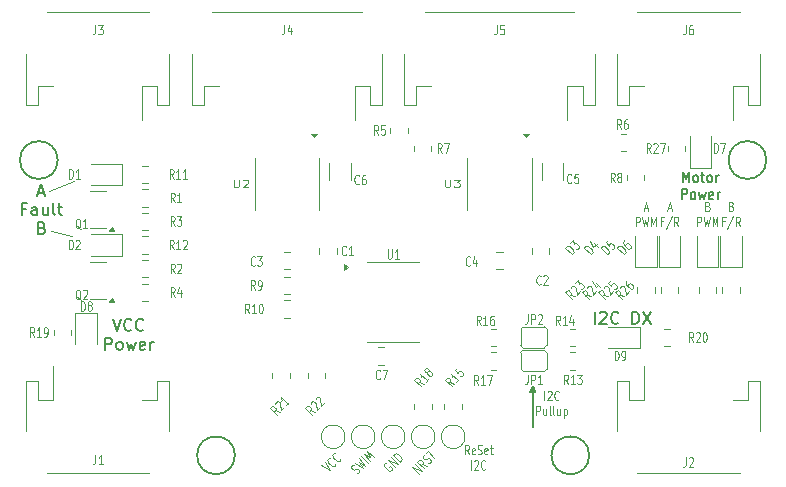
<source format=gbr>
%TF.GenerationSoftware,KiCad,Pcbnew,8.0.3*%
%TF.CreationDate,2024-07-02T20:09:31+01:00*%
%TF.ProjectId,Tims_I2C_Dual_Motor_Driver,54696d73-5f49-4324-935f-4475616c5f4d,rev?*%
%TF.SameCoordinates,Original*%
%TF.FileFunction,Legend,Top*%
%TF.FilePolarity,Positive*%
%FSLAX46Y46*%
G04 Gerber Fmt 4.6, Leading zero omitted, Abs format (unit mm)*
G04 Created by KiCad (PCBNEW 8.0.3) date 2024-07-02 20:09:31*
%MOMM*%
%LPD*%
G01*
G04 APERTURE LIST*
%ADD10C,0.100000*%
%ADD11C,0.200000*%
%ADD12C,0.180000*%
%ADD13C,0.120000*%
G04 APERTURE END LIST*
D10*
X159217500Y-109970000D02*
G75*
G02*
X157217500Y-109970000I-1000000J0D01*
G01*
X157217500Y-109970000D02*
G75*
G02*
X159217500Y-109970000I1000000J0D01*
G01*
X156677500Y-109970000D02*
G75*
G02*
X154677500Y-109970000I-1000000J0D01*
G01*
X154677500Y-109970000D02*
G75*
G02*
X156677500Y-109970000I1000000J0D01*
G01*
X154137500Y-109970000D02*
G75*
G02*
X152137500Y-109970000I-1000000J0D01*
G01*
X152137500Y-109970000D02*
G75*
G02*
X154137500Y-109970000I1000000J0D01*
G01*
D11*
X172277500Y-111540000D02*
G75*
G02*
X169077500Y-111540000I-1600000J0D01*
G01*
X169077500Y-111540000D02*
G75*
G02*
X172277500Y-111540000I1600000J0D01*
G01*
X127277500Y-86540000D02*
G75*
G02*
X124077500Y-86540000I-1600000J0D01*
G01*
X124077500Y-86540000D02*
G75*
G02*
X127277500Y-86540000I1600000J0D01*
G01*
X187277500Y-86540000D02*
G75*
G02*
X184077500Y-86540000I-1600000J0D01*
G01*
X184077500Y-86540000D02*
G75*
G02*
X187277500Y-86540000I1600000J0D01*
G01*
X167477500Y-105640000D02*
X167477500Y-109140000D01*
D10*
X161757500Y-109970000D02*
G75*
G02*
X159757500Y-109970000I-1000000J0D01*
G01*
X159757500Y-109970000D02*
G75*
G02*
X161757500Y-109970000I1000000J0D01*
G01*
X126677500Y-92540000D02*
X128477500Y-92940000D01*
X126537807Y-89140000D02*
X128677500Y-88340000D01*
D11*
X142277500Y-111540000D02*
G75*
G02*
X139077500Y-111540000I-1600000J0D01*
G01*
X139077500Y-111540000D02*
G75*
G02*
X142277500Y-111540000I1600000J0D01*
G01*
X167277500Y-106140000D02*
X167677500Y-106140000D01*
X167477500Y-105640000D02*
X167277500Y-106140000D01*
X167677500Y-106140000D02*
X167477500Y-105640000D01*
D10*
X151597500Y-109970000D02*
G75*
G02*
X149597500Y-109970000I-1000000J0D01*
G01*
X149597500Y-109970000D02*
G75*
G02*
X151597500Y-109970000I1000000J0D01*
G01*
X182320357Y-90441870D02*
X182406071Y-90479965D01*
X182406071Y-90479965D02*
X182434642Y-90518061D01*
X182434642Y-90518061D02*
X182463214Y-90594251D01*
X182463214Y-90594251D02*
X182463214Y-90708537D01*
X182463214Y-90708537D02*
X182434642Y-90784727D01*
X182434642Y-90784727D02*
X182406071Y-90822823D01*
X182406071Y-90822823D02*
X182348928Y-90860918D01*
X182348928Y-90860918D02*
X182120357Y-90860918D01*
X182120357Y-90860918D02*
X182120357Y-90060918D01*
X182120357Y-90060918D02*
X182320357Y-90060918D01*
X182320357Y-90060918D02*
X182377500Y-90099013D01*
X182377500Y-90099013D02*
X182406071Y-90137108D01*
X182406071Y-90137108D02*
X182434642Y-90213299D01*
X182434642Y-90213299D02*
X182434642Y-90289489D01*
X182434642Y-90289489D02*
X182406071Y-90365680D01*
X182406071Y-90365680D02*
X182377500Y-90403775D01*
X182377500Y-90403775D02*
X182320357Y-90441870D01*
X182320357Y-90441870D02*
X182120357Y-90441870D01*
X181434643Y-92148873D02*
X181434643Y-91348873D01*
X181434643Y-91348873D02*
X181663214Y-91348873D01*
X181663214Y-91348873D02*
X181720357Y-91386968D01*
X181720357Y-91386968D02*
X181748928Y-91425063D01*
X181748928Y-91425063D02*
X181777500Y-91501254D01*
X181777500Y-91501254D02*
X181777500Y-91615539D01*
X181777500Y-91615539D02*
X181748928Y-91691730D01*
X181748928Y-91691730D02*
X181720357Y-91729825D01*
X181720357Y-91729825D02*
X181663214Y-91767920D01*
X181663214Y-91767920D02*
X181434643Y-91767920D01*
X181977500Y-91348873D02*
X182120357Y-92148873D01*
X182120357Y-92148873D02*
X182234643Y-91577444D01*
X182234643Y-91577444D02*
X182348928Y-92148873D01*
X182348928Y-92148873D02*
X182491786Y-91348873D01*
X182720357Y-92148873D02*
X182720357Y-91348873D01*
X182720357Y-91348873D02*
X182920357Y-91920301D01*
X182920357Y-91920301D02*
X183120357Y-91348873D01*
X183120357Y-91348873D02*
X183120357Y-92148873D01*
X178934642Y-90632346D02*
X179220357Y-90632346D01*
X178877499Y-90860918D02*
X179077499Y-90060918D01*
X179077499Y-90060918D02*
X179277499Y-90860918D01*
X178548929Y-91729825D02*
X178348929Y-91729825D01*
X178348929Y-92148873D02*
X178348929Y-91348873D01*
X178348929Y-91348873D02*
X178634643Y-91348873D01*
X179291786Y-91310778D02*
X178777500Y-92339349D01*
X179834643Y-92148873D02*
X179634643Y-91767920D01*
X179491786Y-92148873D02*
X179491786Y-91348873D01*
X179491786Y-91348873D02*
X179720357Y-91348873D01*
X179720357Y-91348873D02*
X179777500Y-91386968D01*
X179777500Y-91386968D02*
X179806071Y-91425063D01*
X179806071Y-91425063D02*
X179834643Y-91501254D01*
X179834643Y-91501254D02*
X179834643Y-91615539D01*
X179834643Y-91615539D02*
X179806071Y-91691730D01*
X179806071Y-91691730D02*
X179777500Y-91729825D01*
X179777500Y-91729825D02*
X179720357Y-91767920D01*
X179720357Y-91767920D02*
X179491786Y-91767920D01*
D11*
X125639405Y-89296560D02*
X126115595Y-89296560D01*
X125544167Y-89582275D02*
X125877500Y-88582275D01*
X125877500Y-88582275D02*
X126210833Y-89582275D01*
X124567975Y-90668409D02*
X124234642Y-90668409D01*
X124234642Y-91192219D02*
X124234642Y-90192219D01*
X124234642Y-90192219D02*
X124710832Y-90192219D01*
X125520356Y-91192219D02*
X125520356Y-90668409D01*
X125520356Y-90668409D02*
X125472737Y-90573171D01*
X125472737Y-90573171D02*
X125377499Y-90525552D01*
X125377499Y-90525552D02*
X125187023Y-90525552D01*
X125187023Y-90525552D02*
X125091785Y-90573171D01*
X125520356Y-91144600D02*
X125425118Y-91192219D01*
X125425118Y-91192219D02*
X125187023Y-91192219D01*
X125187023Y-91192219D02*
X125091785Y-91144600D01*
X125091785Y-91144600D02*
X125044166Y-91049361D01*
X125044166Y-91049361D02*
X125044166Y-90954123D01*
X125044166Y-90954123D02*
X125091785Y-90858885D01*
X125091785Y-90858885D02*
X125187023Y-90811266D01*
X125187023Y-90811266D02*
X125425118Y-90811266D01*
X125425118Y-90811266D02*
X125520356Y-90763647D01*
X126425118Y-90525552D02*
X126425118Y-91192219D01*
X125996547Y-90525552D02*
X125996547Y-91049361D01*
X125996547Y-91049361D02*
X126044166Y-91144600D01*
X126044166Y-91144600D02*
X126139404Y-91192219D01*
X126139404Y-91192219D02*
X126282261Y-91192219D01*
X126282261Y-91192219D02*
X126377499Y-91144600D01*
X126377499Y-91144600D02*
X126425118Y-91096980D01*
X127044166Y-91192219D02*
X126948928Y-91144600D01*
X126948928Y-91144600D02*
X126901309Y-91049361D01*
X126901309Y-91049361D02*
X126901309Y-90192219D01*
X127282262Y-90525552D02*
X127663214Y-90525552D01*
X127425119Y-90192219D02*
X127425119Y-91049361D01*
X127425119Y-91049361D02*
X127472738Y-91144600D01*
X127472738Y-91144600D02*
X127567976Y-91192219D01*
X127567976Y-91192219D02*
X127663214Y-91192219D01*
X125948928Y-92278353D02*
X126091785Y-92325972D01*
X126091785Y-92325972D02*
X126139404Y-92373591D01*
X126139404Y-92373591D02*
X126187023Y-92468829D01*
X126187023Y-92468829D02*
X126187023Y-92611686D01*
X126187023Y-92611686D02*
X126139404Y-92706924D01*
X126139404Y-92706924D02*
X126091785Y-92754544D01*
X126091785Y-92754544D02*
X125996547Y-92802163D01*
X125996547Y-92802163D02*
X125615595Y-92802163D01*
X125615595Y-92802163D02*
X125615595Y-91802163D01*
X125615595Y-91802163D02*
X125948928Y-91802163D01*
X125948928Y-91802163D02*
X126044166Y-91849782D01*
X126044166Y-91849782D02*
X126091785Y-91897401D01*
X126091785Y-91897401D02*
X126139404Y-91992639D01*
X126139404Y-91992639D02*
X126139404Y-92087877D01*
X126139404Y-92087877D02*
X126091785Y-92183115D01*
X126091785Y-92183115D02*
X126044166Y-92230734D01*
X126044166Y-92230734D02*
X125948928Y-92278353D01*
X125948928Y-92278353D02*
X125615595Y-92278353D01*
D10*
X149604148Y-112398019D02*
X150311255Y-112822284D01*
X150311255Y-112822284D02*
X149886991Y-112115177D01*
X150782660Y-112243129D02*
X150789394Y-112290270D01*
X150789394Y-112290270D02*
X150755723Y-112377816D01*
X150755723Y-112377816D02*
X150715316Y-112418222D01*
X150715316Y-112418222D02*
X150627770Y-112451894D01*
X150627770Y-112451894D02*
X150533489Y-112438425D01*
X150533489Y-112438425D02*
X150459411Y-112404754D01*
X150459411Y-112404754D02*
X150331458Y-112317207D01*
X150331458Y-112317207D02*
X150250646Y-112236395D01*
X150250646Y-112236395D02*
X150163100Y-112108442D01*
X150163100Y-112108442D02*
X150129428Y-112034364D01*
X150129428Y-112034364D02*
X150115959Y-111940083D01*
X150115959Y-111940083D02*
X150149631Y-111852537D01*
X150149631Y-111852537D02*
X150190037Y-111812131D01*
X150190037Y-111812131D02*
X150277584Y-111778459D01*
X150277584Y-111778459D02*
X150324724Y-111785193D01*
X151206924Y-111818865D02*
X151213658Y-111866006D01*
X151213658Y-111866006D02*
X151179987Y-111953552D01*
X151179987Y-111953552D02*
X151139581Y-111993958D01*
X151139581Y-111993958D02*
X151052034Y-112027630D01*
X151052034Y-112027630D02*
X150957753Y-112014161D01*
X150957753Y-112014161D02*
X150883675Y-111980490D01*
X150883675Y-111980490D02*
X150755723Y-111892943D01*
X150755723Y-111892943D02*
X150674910Y-111812131D01*
X150674910Y-111812131D02*
X150587364Y-111684178D01*
X150587364Y-111684178D02*
X150553692Y-111610100D01*
X150553692Y-111610100D02*
X150540223Y-111515819D01*
X150540223Y-111515819D02*
X150573895Y-111428273D01*
X150573895Y-111428273D02*
X150614301Y-111387867D01*
X150614301Y-111387867D02*
X150701848Y-111354195D01*
X150701848Y-111354195D02*
X150748988Y-111360929D01*
D12*
X180210833Y-88422522D02*
X180210833Y-87522522D01*
X180210833Y-87522522D02*
X180477499Y-88165379D01*
X180477499Y-88165379D02*
X180744166Y-87522522D01*
X180744166Y-87522522D02*
X180744166Y-88422522D01*
X181239404Y-88422522D02*
X181163214Y-88379665D01*
X181163214Y-88379665D02*
X181125119Y-88336807D01*
X181125119Y-88336807D02*
X181087023Y-88251093D01*
X181087023Y-88251093D02*
X181087023Y-87993950D01*
X181087023Y-87993950D02*
X181125119Y-87908236D01*
X181125119Y-87908236D02*
X181163214Y-87865379D01*
X181163214Y-87865379D02*
X181239404Y-87822522D01*
X181239404Y-87822522D02*
X181353690Y-87822522D01*
X181353690Y-87822522D02*
X181429881Y-87865379D01*
X181429881Y-87865379D02*
X181467976Y-87908236D01*
X181467976Y-87908236D02*
X181506071Y-87993950D01*
X181506071Y-87993950D02*
X181506071Y-88251093D01*
X181506071Y-88251093D02*
X181467976Y-88336807D01*
X181467976Y-88336807D02*
X181429881Y-88379665D01*
X181429881Y-88379665D02*
X181353690Y-88422522D01*
X181353690Y-88422522D02*
X181239404Y-88422522D01*
X181734643Y-87822522D02*
X182039405Y-87822522D01*
X181848929Y-87522522D02*
X181848929Y-88293950D01*
X181848929Y-88293950D02*
X181887024Y-88379665D01*
X181887024Y-88379665D02*
X181963214Y-88422522D01*
X181963214Y-88422522D02*
X182039405Y-88422522D01*
X182420357Y-88422522D02*
X182344167Y-88379665D01*
X182344167Y-88379665D02*
X182306072Y-88336807D01*
X182306072Y-88336807D02*
X182267976Y-88251093D01*
X182267976Y-88251093D02*
X182267976Y-87993950D01*
X182267976Y-87993950D02*
X182306072Y-87908236D01*
X182306072Y-87908236D02*
X182344167Y-87865379D01*
X182344167Y-87865379D02*
X182420357Y-87822522D01*
X182420357Y-87822522D02*
X182534643Y-87822522D01*
X182534643Y-87822522D02*
X182610834Y-87865379D01*
X182610834Y-87865379D02*
X182648929Y-87908236D01*
X182648929Y-87908236D02*
X182687024Y-87993950D01*
X182687024Y-87993950D02*
X182687024Y-88251093D01*
X182687024Y-88251093D02*
X182648929Y-88336807D01*
X182648929Y-88336807D02*
X182610834Y-88379665D01*
X182610834Y-88379665D02*
X182534643Y-88422522D01*
X182534643Y-88422522D02*
X182420357Y-88422522D01*
X183029882Y-88422522D02*
X183029882Y-87822522D01*
X183029882Y-87993950D02*
X183067977Y-87908236D01*
X183067977Y-87908236D02*
X183106072Y-87865379D01*
X183106072Y-87865379D02*
X183182263Y-87822522D01*
X183182263Y-87822522D02*
X183258453Y-87822522D01*
X180096548Y-89871472D02*
X180096548Y-88971472D01*
X180096548Y-88971472D02*
X180401310Y-88971472D01*
X180401310Y-88971472D02*
X180477500Y-89014329D01*
X180477500Y-89014329D02*
X180515595Y-89057186D01*
X180515595Y-89057186D02*
X180553691Y-89142900D01*
X180553691Y-89142900D02*
X180553691Y-89271472D01*
X180553691Y-89271472D02*
X180515595Y-89357186D01*
X180515595Y-89357186D02*
X180477500Y-89400043D01*
X180477500Y-89400043D02*
X180401310Y-89442900D01*
X180401310Y-89442900D02*
X180096548Y-89442900D01*
X181010833Y-89871472D02*
X180934643Y-89828615D01*
X180934643Y-89828615D02*
X180896548Y-89785757D01*
X180896548Y-89785757D02*
X180858452Y-89700043D01*
X180858452Y-89700043D02*
X180858452Y-89442900D01*
X180858452Y-89442900D02*
X180896548Y-89357186D01*
X180896548Y-89357186D02*
X180934643Y-89314329D01*
X180934643Y-89314329D02*
X181010833Y-89271472D01*
X181010833Y-89271472D02*
X181125119Y-89271472D01*
X181125119Y-89271472D02*
X181201310Y-89314329D01*
X181201310Y-89314329D02*
X181239405Y-89357186D01*
X181239405Y-89357186D02*
X181277500Y-89442900D01*
X181277500Y-89442900D02*
X181277500Y-89700043D01*
X181277500Y-89700043D02*
X181239405Y-89785757D01*
X181239405Y-89785757D02*
X181201310Y-89828615D01*
X181201310Y-89828615D02*
X181125119Y-89871472D01*
X181125119Y-89871472D02*
X181010833Y-89871472D01*
X181544167Y-89271472D02*
X181696548Y-89871472D01*
X181696548Y-89871472D02*
X181848929Y-89442900D01*
X181848929Y-89442900D02*
X182001310Y-89871472D01*
X182001310Y-89871472D02*
X182153691Y-89271472D01*
X182763215Y-89828615D02*
X182687024Y-89871472D01*
X182687024Y-89871472D02*
X182534643Y-89871472D01*
X182534643Y-89871472D02*
X182458453Y-89828615D01*
X182458453Y-89828615D02*
X182420357Y-89742900D01*
X182420357Y-89742900D02*
X182420357Y-89400043D01*
X182420357Y-89400043D02*
X182458453Y-89314329D01*
X182458453Y-89314329D02*
X182534643Y-89271472D01*
X182534643Y-89271472D02*
X182687024Y-89271472D01*
X182687024Y-89271472D02*
X182763215Y-89314329D01*
X182763215Y-89314329D02*
X182801310Y-89400043D01*
X182801310Y-89400043D02*
X182801310Y-89485757D01*
X182801310Y-89485757D02*
X182420357Y-89571472D01*
X183144167Y-89871472D02*
X183144167Y-89271472D01*
X183144167Y-89442900D02*
X183182262Y-89357186D01*
X183182262Y-89357186D02*
X183220357Y-89314329D01*
X183220357Y-89314329D02*
X183296548Y-89271472D01*
X183296548Y-89271472D02*
X183372738Y-89271472D01*
D11*
X131944167Y-99987247D02*
X132277500Y-100987247D01*
X132277500Y-100987247D02*
X132610833Y-99987247D01*
X133515595Y-100892008D02*
X133467976Y-100939628D01*
X133467976Y-100939628D02*
X133325119Y-100987247D01*
X133325119Y-100987247D02*
X133229881Y-100987247D01*
X133229881Y-100987247D02*
X133087024Y-100939628D01*
X133087024Y-100939628D02*
X132991786Y-100844389D01*
X132991786Y-100844389D02*
X132944167Y-100749151D01*
X132944167Y-100749151D02*
X132896548Y-100558675D01*
X132896548Y-100558675D02*
X132896548Y-100415818D01*
X132896548Y-100415818D02*
X132944167Y-100225342D01*
X132944167Y-100225342D02*
X132991786Y-100130104D01*
X132991786Y-100130104D02*
X133087024Y-100034866D01*
X133087024Y-100034866D02*
X133229881Y-99987247D01*
X133229881Y-99987247D02*
X133325119Y-99987247D01*
X133325119Y-99987247D02*
X133467976Y-100034866D01*
X133467976Y-100034866D02*
X133515595Y-100082485D01*
X134515595Y-100892008D02*
X134467976Y-100939628D01*
X134467976Y-100939628D02*
X134325119Y-100987247D01*
X134325119Y-100987247D02*
X134229881Y-100987247D01*
X134229881Y-100987247D02*
X134087024Y-100939628D01*
X134087024Y-100939628D02*
X133991786Y-100844389D01*
X133991786Y-100844389D02*
X133944167Y-100749151D01*
X133944167Y-100749151D02*
X133896548Y-100558675D01*
X133896548Y-100558675D02*
X133896548Y-100415818D01*
X133896548Y-100415818D02*
X133944167Y-100225342D01*
X133944167Y-100225342D02*
X133991786Y-100130104D01*
X133991786Y-100130104D02*
X134087024Y-100034866D01*
X134087024Y-100034866D02*
X134229881Y-99987247D01*
X134229881Y-99987247D02*
X134325119Y-99987247D01*
X134325119Y-99987247D02*
X134467976Y-100034866D01*
X134467976Y-100034866D02*
X134515595Y-100082485D01*
X131301309Y-102597191D02*
X131301309Y-101597191D01*
X131301309Y-101597191D02*
X131682261Y-101597191D01*
X131682261Y-101597191D02*
X131777499Y-101644810D01*
X131777499Y-101644810D02*
X131825118Y-101692429D01*
X131825118Y-101692429D02*
X131872737Y-101787667D01*
X131872737Y-101787667D02*
X131872737Y-101930524D01*
X131872737Y-101930524D02*
X131825118Y-102025762D01*
X131825118Y-102025762D02*
X131777499Y-102073381D01*
X131777499Y-102073381D02*
X131682261Y-102121000D01*
X131682261Y-102121000D02*
X131301309Y-102121000D01*
X132444166Y-102597191D02*
X132348928Y-102549572D01*
X132348928Y-102549572D02*
X132301309Y-102501952D01*
X132301309Y-102501952D02*
X132253690Y-102406714D01*
X132253690Y-102406714D02*
X132253690Y-102121000D01*
X132253690Y-102121000D02*
X132301309Y-102025762D01*
X132301309Y-102025762D02*
X132348928Y-101978143D01*
X132348928Y-101978143D02*
X132444166Y-101930524D01*
X132444166Y-101930524D02*
X132587023Y-101930524D01*
X132587023Y-101930524D02*
X132682261Y-101978143D01*
X132682261Y-101978143D02*
X132729880Y-102025762D01*
X132729880Y-102025762D02*
X132777499Y-102121000D01*
X132777499Y-102121000D02*
X132777499Y-102406714D01*
X132777499Y-102406714D02*
X132729880Y-102501952D01*
X132729880Y-102501952D02*
X132682261Y-102549572D01*
X132682261Y-102549572D02*
X132587023Y-102597191D01*
X132587023Y-102597191D02*
X132444166Y-102597191D01*
X133110833Y-101930524D02*
X133301309Y-102597191D01*
X133301309Y-102597191D02*
X133491785Y-102121000D01*
X133491785Y-102121000D02*
X133682261Y-102597191D01*
X133682261Y-102597191D02*
X133872737Y-101930524D01*
X134634642Y-102549572D02*
X134539404Y-102597191D01*
X134539404Y-102597191D02*
X134348928Y-102597191D01*
X134348928Y-102597191D02*
X134253690Y-102549572D01*
X134253690Y-102549572D02*
X134206071Y-102454333D01*
X134206071Y-102454333D02*
X134206071Y-102073381D01*
X134206071Y-102073381D02*
X134253690Y-101978143D01*
X134253690Y-101978143D02*
X134348928Y-101930524D01*
X134348928Y-101930524D02*
X134539404Y-101930524D01*
X134539404Y-101930524D02*
X134634642Y-101978143D01*
X134634642Y-101978143D02*
X134682261Y-102073381D01*
X134682261Y-102073381D02*
X134682261Y-102168619D01*
X134682261Y-102168619D02*
X134206071Y-102263857D01*
X135110833Y-102597191D02*
X135110833Y-101930524D01*
X135110833Y-102121000D02*
X135158452Y-102025762D01*
X135158452Y-102025762D02*
X135206071Y-101978143D01*
X135206071Y-101978143D02*
X135301309Y-101930524D01*
X135301309Y-101930524D02*
X135396547Y-101930524D01*
X172744167Y-100392219D02*
X172744167Y-99392219D01*
X173172738Y-99487457D02*
X173220357Y-99439838D01*
X173220357Y-99439838D02*
X173315595Y-99392219D01*
X173315595Y-99392219D02*
X173553690Y-99392219D01*
X173553690Y-99392219D02*
X173648928Y-99439838D01*
X173648928Y-99439838D02*
X173696547Y-99487457D01*
X173696547Y-99487457D02*
X173744166Y-99582695D01*
X173744166Y-99582695D02*
X173744166Y-99677933D01*
X173744166Y-99677933D02*
X173696547Y-99820790D01*
X173696547Y-99820790D02*
X173125119Y-100392219D01*
X173125119Y-100392219D02*
X173744166Y-100392219D01*
X174744166Y-100296980D02*
X174696547Y-100344600D01*
X174696547Y-100344600D02*
X174553690Y-100392219D01*
X174553690Y-100392219D02*
X174458452Y-100392219D01*
X174458452Y-100392219D02*
X174315595Y-100344600D01*
X174315595Y-100344600D02*
X174220357Y-100249361D01*
X174220357Y-100249361D02*
X174172738Y-100154123D01*
X174172738Y-100154123D02*
X174125119Y-99963647D01*
X174125119Y-99963647D02*
X174125119Y-99820790D01*
X174125119Y-99820790D02*
X174172738Y-99630314D01*
X174172738Y-99630314D02*
X174220357Y-99535076D01*
X174220357Y-99535076D02*
X174315595Y-99439838D01*
X174315595Y-99439838D02*
X174458452Y-99392219D01*
X174458452Y-99392219D02*
X174553690Y-99392219D01*
X174553690Y-99392219D02*
X174696547Y-99439838D01*
X174696547Y-99439838D02*
X174744166Y-99487457D01*
X175934643Y-100392219D02*
X175934643Y-99392219D01*
X175934643Y-99392219D02*
X176172738Y-99392219D01*
X176172738Y-99392219D02*
X176315595Y-99439838D01*
X176315595Y-99439838D02*
X176410833Y-99535076D01*
X176410833Y-99535076D02*
X176458452Y-99630314D01*
X176458452Y-99630314D02*
X176506071Y-99820790D01*
X176506071Y-99820790D02*
X176506071Y-99963647D01*
X176506071Y-99963647D02*
X176458452Y-100154123D01*
X176458452Y-100154123D02*
X176410833Y-100249361D01*
X176410833Y-100249361D02*
X176315595Y-100344600D01*
X176315595Y-100344600D02*
X176172738Y-100392219D01*
X176172738Y-100392219D02*
X175934643Y-100392219D01*
X176839405Y-99392219D02*
X177506071Y-100392219D01*
X177506071Y-99392219D02*
X176839405Y-100392219D01*
D10*
X162091785Y-111460918D02*
X161891785Y-111079965D01*
X161748928Y-111460918D02*
X161748928Y-110660918D01*
X161748928Y-110660918D02*
X161977499Y-110660918D01*
X161977499Y-110660918D02*
X162034642Y-110699013D01*
X162034642Y-110699013D02*
X162063213Y-110737108D01*
X162063213Y-110737108D02*
X162091785Y-110813299D01*
X162091785Y-110813299D02*
X162091785Y-110927584D01*
X162091785Y-110927584D02*
X162063213Y-111003775D01*
X162063213Y-111003775D02*
X162034642Y-111041870D01*
X162034642Y-111041870D02*
X161977499Y-111079965D01*
X161977499Y-111079965D02*
X161748928Y-111079965D01*
X162577499Y-111422823D02*
X162520356Y-111460918D01*
X162520356Y-111460918D02*
X162406071Y-111460918D01*
X162406071Y-111460918D02*
X162348928Y-111422823D01*
X162348928Y-111422823D02*
X162320356Y-111346632D01*
X162320356Y-111346632D02*
X162320356Y-111041870D01*
X162320356Y-111041870D02*
X162348928Y-110965680D01*
X162348928Y-110965680D02*
X162406071Y-110927584D01*
X162406071Y-110927584D02*
X162520356Y-110927584D01*
X162520356Y-110927584D02*
X162577499Y-110965680D01*
X162577499Y-110965680D02*
X162606071Y-111041870D01*
X162606071Y-111041870D02*
X162606071Y-111118061D01*
X162606071Y-111118061D02*
X162320356Y-111194251D01*
X162834642Y-111422823D02*
X162920357Y-111460918D01*
X162920357Y-111460918D02*
X163063214Y-111460918D01*
X163063214Y-111460918D02*
X163120357Y-111422823D01*
X163120357Y-111422823D02*
X163148928Y-111384727D01*
X163148928Y-111384727D02*
X163177499Y-111308537D01*
X163177499Y-111308537D02*
X163177499Y-111232346D01*
X163177499Y-111232346D02*
X163148928Y-111156156D01*
X163148928Y-111156156D02*
X163120357Y-111118061D01*
X163120357Y-111118061D02*
X163063214Y-111079965D01*
X163063214Y-111079965D02*
X162948928Y-111041870D01*
X162948928Y-111041870D02*
X162891785Y-111003775D01*
X162891785Y-111003775D02*
X162863214Y-110965680D01*
X162863214Y-110965680D02*
X162834642Y-110889489D01*
X162834642Y-110889489D02*
X162834642Y-110813299D01*
X162834642Y-110813299D02*
X162863214Y-110737108D01*
X162863214Y-110737108D02*
X162891785Y-110699013D01*
X162891785Y-110699013D02*
X162948928Y-110660918D01*
X162948928Y-110660918D02*
X163091785Y-110660918D01*
X163091785Y-110660918D02*
X163177499Y-110699013D01*
X163663214Y-111422823D02*
X163606071Y-111460918D01*
X163606071Y-111460918D02*
X163491786Y-111460918D01*
X163491786Y-111460918D02*
X163434643Y-111422823D01*
X163434643Y-111422823D02*
X163406071Y-111346632D01*
X163406071Y-111346632D02*
X163406071Y-111041870D01*
X163406071Y-111041870D02*
X163434643Y-110965680D01*
X163434643Y-110965680D02*
X163491786Y-110927584D01*
X163491786Y-110927584D02*
X163606071Y-110927584D01*
X163606071Y-110927584D02*
X163663214Y-110965680D01*
X163663214Y-110965680D02*
X163691786Y-111041870D01*
X163691786Y-111041870D02*
X163691786Y-111118061D01*
X163691786Y-111118061D02*
X163406071Y-111194251D01*
X163863214Y-110927584D02*
X164091786Y-110927584D01*
X163948929Y-110660918D02*
X163948929Y-111346632D01*
X163948929Y-111346632D02*
X163977500Y-111422823D01*
X163977500Y-111422823D02*
X164034643Y-111460918D01*
X164034643Y-111460918D02*
X164091786Y-111460918D01*
X162291786Y-112748873D02*
X162291786Y-111948873D01*
X162548928Y-112025063D02*
X162577500Y-111986968D01*
X162577500Y-111986968D02*
X162634643Y-111948873D01*
X162634643Y-111948873D02*
X162777500Y-111948873D01*
X162777500Y-111948873D02*
X162834643Y-111986968D01*
X162834643Y-111986968D02*
X162863214Y-112025063D01*
X162863214Y-112025063D02*
X162891785Y-112101254D01*
X162891785Y-112101254D02*
X162891785Y-112177444D01*
X162891785Y-112177444D02*
X162863214Y-112291730D01*
X162863214Y-112291730D02*
X162520357Y-112748873D01*
X162520357Y-112748873D02*
X162891785Y-112748873D01*
X163491786Y-112672682D02*
X163463214Y-112710778D01*
X163463214Y-112710778D02*
X163377500Y-112748873D01*
X163377500Y-112748873D02*
X163320357Y-112748873D01*
X163320357Y-112748873D02*
X163234643Y-112710778D01*
X163234643Y-112710778D02*
X163177500Y-112634587D01*
X163177500Y-112634587D02*
X163148929Y-112558397D01*
X163148929Y-112558397D02*
X163120357Y-112406016D01*
X163120357Y-112406016D02*
X163120357Y-112291730D01*
X163120357Y-112291730D02*
X163148929Y-112139349D01*
X163148929Y-112139349D02*
X163177500Y-112063158D01*
X163177500Y-112063158D02*
X163234643Y-111986968D01*
X163234643Y-111986968D02*
X163320357Y-111948873D01*
X163320357Y-111948873D02*
X163377500Y-111948873D01*
X163377500Y-111948873D02*
X163463214Y-111986968D01*
X163463214Y-111986968D02*
X163491786Y-112025063D01*
X157838514Y-113095024D02*
X157272829Y-112529339D01*
X157272829Y-112529339D02*
X158080951Y-112852588D01*
X158080951Y-112852588D02*
X157515266Y-112286902D01*
X158525418Y-112408121D02*
X158114623Y-112280168D01*
X158282981Y-112650558D02*
X157717296Y-112084872D01*
X157717296Y-112084872D02*
X157878920Y-111923248D01*
X157878920Y-111923248D02*
X157946264Y-111909779D01*
X157946264Y-111909779D02*
X157993404Y-111916513D01*
X157993404Y-111916513D02*
X158067482Y-111950185D01*
X158067482Y-111950185D02*
X158148294Y-112030997D01*
X158148294Y-112030997D02*
X158181966Y-112105075D01*
X158181966Y-112105075D02*
X158188700Y-112152216D01*
X158188700Y-112152216D02*
X158175232Y-112219559D01*
X158175232Y-112219559D02*
X158013607Y-112381184D01*
X158660105Y-112219559D02*
X158747651Y-112185887D01*
X158747651Y-112185887D02*
X158848667Y-112084872D01*
X158848667Y-112084872D02*
X158862135Y-112017529D01*
X158862135Y-112017529D02*
X158855401Y-111970388D01*
X158855401Y-111970388D02*
X158821729Y-111896310D01*
X158821729Y-111896310D02*
X158767854Y-111842435D01*
X158767854Y-111842435D02*
X158693777Y-111808764D01*
X158693777Y-111808764D02*
X158646636Y-111802029D01*
X158646636Y-111802029D02*
X158579293Y-111815498D01*
X158579293Y-111815498D02*
X158471543Y-111869373D01*
X158471543Y-111869373D02*
X158404200Y-111882842D01*
X158404200Y-111882842D02*
X158357059Y-111876107D01*
X158357059Y-111876107D02*
X158282981Y-111842435D01*
X158282981Y-111842435D02*
X158229106Y-111788561D01*
X158229106Y-111788561D02*
X158195435Y-111714483D01*
X158195435Y-111714483D02*
X158188700Y-111667342D01*
X158188700Y-111667342D02*
X158202169Y-111599999D01*
X158202169Y-111599999D02*
X158303184Y-111498984D01*
X158303184Y-111498984D02*
X158390731Y-111465312D01*
X158485012Y-111317156D02*
X158727449Y-111074719D01*
X159171916Y-111761623D02*
X158606230Y-111195938D01*
X184320357Y-90441870D02*
X184406071Y-90479965D01*
X184406071Y-90479965D02*
X184434642Y-90518061D01*
X184434642Y-90518061D02*
X184463214Y-90594251D01*
X184463214Y-90594251D02*
X184463214Y-90708537D01*
X184463214Y-90708537D02*
X184434642Y-90784727D01*
X184434642Y-90784727D02*
X184406071Y-90822823D01*
X184406071Y-90822823D02*
X184348928Y-90860918D01*
X184348928Y-90860918D02*
X184120357Y-90860918D01*
X184120357Y-90860918D02*
X184120357Y-90060918D01*
X184120357Y-90060918D02*
X184320357Y-90060918D01*
X184320357Y-90060918D02*
X184377500Y-90099013D01*
X184377500Y-90099013D02*
X184406071Y-90137108D01*
X184406071Y-90137108D02*
X184434642Y-90213299D01*
X184434642Y-90213299D02*
X184434642Y-90289489D01*
X184434642Y-90289489D02*
X184406071Y-90365680D01*
X184406071Y-90365680D02*
X184377500Y-90403775D01*
X184377500Y-90403775D02*
X184320357Y-90441870D01*
X184320357Y-90441870D02*
X184120357Y-90441870D01*
X183748929Y-91729825D02*
X183548929Y-91729825D01*
X183548929Y-92148873D02*
X183548929Y-91348873D01*
X183548929Y-91348873D02*
X183834643Y-91348873D01*
X184491786Y-91310778D02*
X183977500Y-92339349D01*
X185034643Y-92148873D02*
X184834643Y-91767920D01*
X184691786Y-92148873D02*
X184691786Y-91348873D01*
X184691786Y-91348873D02*
X184920357Y-91348873D01*
X184920357Y-91348873D02*
X184977500Y-91386968D01*
X184977500Y-91386968D02*
X185006071Y-91425063D01*
X185006071Y-91425063D02*
X185034643Y-91501254D01*
X185034643Y-91501254D02*
X185034643Y-91615539D01*
X185034643Y-91615539D02*
X185006071Y-91691730D01*
X185006071Y-91691730D02*
X184977500Y-91729825D01*
X184977500Y-91729825D02*
X184920357Y-91767920D01*
X184920357Y-91767920D02*
X184691786Y-91767920D01*
X176934642Y-90632346D02*
X177220357Y-90632346D01*
X176877499Y-90860918D02*
X177077499Y-90060918D01*
X177077499Y-90060918D02*
X177277499Y-90860918D01*
X176234643Y-92148873D02*
X176234643Y-91348873D01*
X176234643Y-91348873D02*
X176463214Y-91348873D01*
X176463214Y-91348873D02*
X176520357Y-91386968D01*
X176520357Y-91386968D02*
X176548928Y-91425063D01*
X176548928Y-91425063D02*
X176577500Y-91501254D01*
X176577500Y-91501254D02*
X176577500Y-91615539D01*
X176577500Y-91615539D02*
X176548928Y-91691730D01*
X176548928Y-91691730D02*
X176520357Y-91729825D01*
X176520357Y-91729825D02*
X176463214Y-91767920D01*
X176463214Y-91767920D02*
X176234643Y-91767920D01*
X176777500Y-91348873D02*
X176920357Y-92148873D01*
X176920357Y-92148873D02*
X177034643Y-91577444D01*
X177034643Y-91577444D02*
X177148928Y-92148873D01*
X177148928Y-92148873D02*
X177291786Y-91348873D01*
X177520357Y-92148873D02*
X177520357Y-91348873D01*
X177520357Y-91348873D02*
X177720357Y-91920301D01*
X177720357Y-91920301D02*
X177920357Y-91348873D01*
X177920357Y-91348873D02*
X177920357Y-92148873D01*
X152601476Y-113078188D02*
X152689022Y-113044517D01*
X152689022Y-113044517D02*
X152790038Y-112943501D01*
X152790038Y-112943501D02*
X152803506Y-112876158D01*
X152803506Y-112876158D02*
X152796772Y-112829017D01*
X152796772Y-112829017D02*
X152763100Y-112754939D01*
X152763100Y-112754939D02*
X152709225Y-112701065D01*
X152709225Y-112701065D02*
X152635147Y-112667393D01*
X152635147Y-112667393D02*
X152588007Y-112660659D01*
X152588007Y-112660659D02*
X152520664Y-112674127D01*
X152520664Y-112674127D02*
X152412914Y-112728002D01*
X152412914Y-112728002D02*
X152345570Y-112741471D01*
X152345570Y-112741471D02*
X152298430Y-112734736D01*
X152298430Y-112734736D02*
X152224352Y-112701065D01*
X152224352Y-112701065D02*
X152170477Y-112647190D01*
X152170477Y-112647190D02*
X152136806Y-112573112D01*
X152136806Y-112573112D02*
X152130071Y-112525972D01*
X152130071Y-112525972D02*
X152143540Y-112458628D01*
X152143540Y-112458628D02*
X152244555Y-112357613D01*
X152244555Y-112357613D02*
X152332102Y-112323941D01*
X152446586Y-112155582D02*
X153113287Y-112620252D01*
X153113287Y-112620252D02*
X152790038Y-112135379D01*
X152790038Y-112135379D02*
X153274911Y-112458628D01*
X153274911Y-112458628D02*
X152810241Y-111791927D01*
X153537551Y-112195988D02*
X152971865Y-111630303D01*
X153739581Y-111993958D02*
X153173895Y-111428273D01*
X153173895Y-111428273D02*
X153719378Y-111690912D01*
X153719378Y-111690912D02*
X153456738Y-111145430D01*
X153456738Y-111145430D02*
X154022424Y-111711115D01*
X168491786Y-106860918D02*
X168491786Y-106060918D01*
X168748928Y-106137108D02*
X168777500Y-106099013D01*
X168777500Y-106099013D02*
X168834643Y-106060918D01*
X168834643Y-106060918D02*
X168977500Y-106060918D01*
X168977500Y-106060918D02*
X169034643Y-106099013D01*
X169034643Y-106099013D02*
X169063214Y-106137108D01*
X169063214Y-106137108D02*
X169091785Y-106213299D01*
X169091785Y-106213299D02*
X169091785Y-106289489D01*
X169091785Y-106289489D02*
X169063214Y-106403775D01*
X169063214Y-106403775D02*
X168720357Y-106860918D01*
X168720357Y-106860918D02*
X169091785Y-106860918D01*
X169691786Y-106784727D02*
X169663214Y-106822823D01*
X169663214Y-106822823D02*
X169577500Y-106860918D01*
X169577500Y-106860918D02*
X169520357Y-106860918D01*
X169520357Y-106860918D02*
X169434643Y-106822823D01*
X169434643Y-106822823D02*
X169377500Y-106746632D01*
X169377500Y-106746632D02*
X169348929Y-106670442D01*
X169348929Y-106670442D02*
X169320357Y-106518061D01*
X169320357Y-106518061D02*
X169320357Y-106403775D01*
X169320357Y-106403775D02*
X169348929Y-106251394D01*
X169348929Y-106251394D02*
X169377500Y-106175203D01*
X169377500Y-106175203D02*
X169434643Y-106099013D01*
X169434643Y-106099013D02*
X169520357Y-106060918D01*
X169520357Y-106060918D02*
X169577500Y-106060918D01*
X169577500Y-106060918D02*
X169663214Y-106099013D01*
X169663214Y-106099013D02*
X169691786Y-106137108D01*
X167791786Y-108148873D02*
X167791786Y-107348873D01*
X167791786Y-107348873D02*
X168020357Y-107348873D01*
X168020357Y-107348873D02*
X168077500Y-107386968D01*
X168077500Y-107386968D02*
X168106071Y-107425063D01*
X168106071Y-107425063D02*
X168134643Y-107501254D01*
X168134643Y-107501254D02*
X168134643Y-107615539D01*
X168134643Y-107615539D02*
X168106071Y-107691730D01*
X168106071Y-107691730D02*
X168077500Y-107729825D01*
X168077500Y-107729825D02*
X168020357Y-107767920D01*
X168020357Y-107767920D02*
X167791786Y-107767920D01*
X168648929Y-107615539D02*
X168648929Y-108148873D01*
X168391786Y-107615539D02*
X168391786Y-108034587D01*
X168391786Y-108034587D02*
X168420357Y-108110778D01*
X168420357Y-108110778D02*
X168477500Y-108148873D01*
X168477500Y-108148873D02*
X168563214Y-108148873D01*
X168563214Y-108148873D02*
X168620357Y-108110778D01*
X168620357Y-108110778D02*
X168648929Y-108072682D01*
X169020357Y-108148873D02*
X168963214Y-108110778D01*
X168963214Y-108110778D02*
X168934643Y-108034587D01*
X168934643Y-108034587D02*
X168934643Y-107348873D01*
X169334643Y-108148873D02*
X169277500Y-108110778D01*
X169277500Y-108110778D02*
X169248929Y-108034587D01*
X169248929Y-108034587D02*
X169248929Y-107348873D01*
X169820358Y-107615539D02*
X169820358Y-108148873D01*
X169563215Y-107615539D02*
X169563215Y-108034587D01*
X169563215Y-108034587D02*
X169591786Y-108110778D01*
X169591786Y-108110778D02*
X169648929Y-108148873D01*
X169648929Y-108148873D02*
X169734643Y-108148873D01*
X169734643Y-108148873D02*
X169791786Y-108110778D01*
X169791786Y-108110778D02*
X169820358Y-108072682D01*
X170106072Y-107615539D02*
X170106072Y-108415539D01*
X170106072Y-107653635D02*
X170163215Y-107615539D01*
X170163215Y-107615539D02*
X170277500Y-107615539D01*
X170277500Y-107615539D02*
X170334643Y-107653635D01*
X170334643Y-107653635D02*
X170363215Y-107691730D01*
X170363215Y-107691730D02*
X170391786Y-107767920D01*
X170391786Y-107767920D02*
X170391786Y-107996492D01*
X170391786Y-107996492D02*
X170363215Y-108072682D01*
X170363215Y-108072682D02*
X170334643Y-108110778D01*
X170334643Y-108110778D02*
X170277500Y-108148873D01*
X170277500Y-108148873D02*
X170163215Y-108148873D01*
X170163215Y-108148873D02*
X170106072Y-108110778D01*
X155073523Y-112182520D02*
X155006180Y-112195988D01*
X155006180Y-112195988D02*
X154945570Y-112256598D01*
X154945570Y-112256598D02*
X154911899Y-112344144D01*
X154911899Y-112344144D02*
X154925367Y-112438425D01*
X154925367Y-112438425D02*
X154959039Y-112512503D01*
X154959039Y-112512503D02*
X155046586Y-112640456D01*
X155046586Y-112640456D02*
X155127398Y-112721268D01*
X155127398Y-112721268D02*
X155255351Y-112808814D01*
X155255351Y-112808814D02*
X155329428Y-112842486D01*
X155329428Y-112842486D02*
X155423709Y-112855955D01*
X155423709Y-112855955D02*
X155511256Y-112822283D01*
X155511256Y-112822283D02*
X155551662Y-112781877D01*
X155551662Y-112781877D02*
X155585334Y-112694330D01*
X155585334Y-112694330D02*
X155578599Y-112647190D01*
X155578599Y-112647190D02*
X155390038Y-112458628D01*
X155390038Y-112458628D02*
X155309225Y-112539440D01*
X155814302Y-112519237D02*
X155248616Y-111953552D01*
X155248616Y-111953552D02*
X156056738Y-112276801D01*
X156056738Y-112276801D02*
X155491053Y-111711115D01*
X156258768Y-112074770D02*
X155693083Y-111509085D01*
X155693083Y-111509085D02*
X155794098Y-111408070D01*
X155794098Y-111408070D02*
X155881645Y-111374398D01*
X155881645Y-111374398D02*
X155975926Y-111387867D01*
X155975926Y-111387867D02*
X156050004Y-111421538D01*
X156050004Y-111421538D02*
X156177956Y-111509085D01*
X156177956Y-111509085D02*
X156258768Y-111589897D01*
X156258768Y-111589897D02*
X156346315Y-111717850D01*
X156346315Y-111717850D02*
X156379987Y-111791928D01*
X156379987Y-111791928D02*
X156393455Y-111886209D01*
X156393455Y-111886209D02*
X156359784Y-111973755D01*
X156359784Y-111973755D02*
X156258768Y-112074770D01*
X173862778Y-98070761D02*
X173451983Y-97942808D01*
X173620341Y-98313197D02*
X173054656Y-97747512D01*
X173054656Y-97747512D02*
X173216280Y-97585888D01*
X173216280Y-97585888D02*
X173283624Y-97572419D01*
X173283624Y-97572419D02*
X173330764Y-97579153D01*
X173330764Y-97579153D02*
X173404842Y-97612825D01*
X173404842Y-97612825D02*
X173485654Y-97693637D01*
X173485654Y-97693637D02*
X173519326Y-97767715D01*
X173519326Y-97767715D02*
X173526060Y-97814856D01*
X173526060Y-97814856D02*
X173512592Y-97882199D01*
X173512592Y-97882199D02*
X173350967Y-98043823D01*
X173512592Y-97397326D02*
X173505857Y-97350185D01*
X173505857Y-97350185D02*
X173519326Y-97282842D01*
X173519326Y-97282842D02*
X173620341Y-97181827D01*
X173620341Y-97181827D02*
X173687685Y-97168358D01*
X173687685Y-97168358D02*
X173734825Y-97175092D01*
X173734825Y-97175092D02*
X173808903Y-97208764D01*
X173808903Y-97208764D02*
X173862778Y-97262639D01*
X173862778Y-97262639D02*
X173923387Y-97363654D01*
X173923387Y-97363654D02*
X174004199Y-97929340D01*
X174004199Y-97929340D02*
X174266839Y-97666700D01*
X174085012Y-96717156D02*
X173882981Y-96919187D01*
X173882981Y-96919187D02*
X174132152Y-97208764D01*
X174132152Y-97208764D02*
X174125418Y-97161623D01*
X174125418Y-97161623D02*
X174138887Y-97094280D01*
X174138887Y-97094280D02*
X174239902Y-96993265D01*
X174239902Y-96993265D02*
X174307245Y-96979796D01*
X174307245Y-96979796D02*
X174354386Y-96986530D01*
X174354386Y-96986530D02*
X174428464Y-97020202D01*
X174428464Y-97020202D02*
X174563151Y-97154889D01*
X174563151Y-97154889D02*
X174596822Y-97228967D01*
X174596822Y-97228967D02*
X174603557Y-97276107D01*
X174603557Y-97276107D02*
X174590088Y-97343451D01*
X174590088Y-97343451D02*
X174489073Y-97444466D01*
X174489073Y-97444466D02*
X174421729Y-97457935D01*
X174421729Y-97457935D02*
X174374589Y-97451200D01*
X142167976Y-88212371D02*
X142167976Y-88698085D01*
X142167976Y-88698085D02*
X142206071Y-88755228D01*
X142206071Y-88755228D02*
X142244166Y-88783800D01*
X142244166Y-88783800D02*
X142320357Y-88812371D01*
X142320357Y-88812371D02*
X142472738Y-88812371D01*
X142472738Y-88812371D02*
X142548928Y-88783800D01*
X142548928Y-88783800D02*
X142587023Y-88755228D01*
X142587023Y-88755228D02*
X142625119Y-88698085D01*
X142625119Y-88698085D02*
X142625119Y-88212371D01*
X142967975Y-88269514D02*
X143006071Y-88240942D01*
X143006071Y-88240942D02*
X143082261Y-88212371D01*
X143082261Y-88212371D02*
X143272737Y-88212371D01*
X143272737Y-88212371D02*
X143348928Y-88240942D01*
X143348928Y-88240942D02*
X143387023Y-88269514D01*
X143387023Y-88269514D02*
X143425118Y-88326657D01*
X143425118Y-88326657D02*
X143425118Y-88383800D01*
X143425118Y-88383800D02*
X143387023Y-88469514D01*
X143387023Y-88469514D02*
X142929880Y-88812371D01*
X142929880Y-88812371D02*
X143425118Y-88812371D01*
X168177500Y-97028704D02*
X168148928Y-97066800D01*
X168148928Y-97066800D02*
X168063214Y-97104895D01*
X168063214Y-97104895D02*
X168006071Y-97104895D01*
X168006071Y-97104895D02*
X167920357Y-97066800D01*
X167920357Y-97066800D02*
X167863214Y-96990609D01*
X167863214Y-96990609D02*
X167834643Y-96914419D01*
X167834643Y-96914419D02*
X167806071Y-96762038D01*
X167806071Y-96762038D02*
X167806071Y-96647752D01*
X167806071Y-96647752D02*
X167834643Y-96495371D01*
X167834643Y-96495371D02*
X167863214Y-96419180D01*
X167863214Y-96419180D02*
X167920357Y-96342990D01*
X167920357Y-96342990D02*
X168006071Y-96304895D01*
X168006071Y-96304895D02*
X168063214Y-96304895D01*
X168063214Y-96304895D02*
X168148928Y-96342990D01*
X168148928Y-96342990D02*
X168177500Y-96381085D01*
X168406071Y-96381085D02*
X168434643Y-96342990D01*
X168434643Y-96342990D02*
X168491786Y-96304895D01*
X168491786Y-96304895D02*
X168634643Y-96304895D01*
X168634643Y-96304895D02*
X168691786Y-96342990D01*
X168691786Y-96342990D02*
X168720357Y-96381085D01*
X168720357Y-96381085D02*
X168748928Y-96457276D01*
X168748928Y-96457276D02*
X168748928Y-96533466D01*
X168748928Y-96533466D02*
X168720357Y-96647752D01*
X168720357Y-96647752D02*
X168377500Y-97104895D01*
X168377500Y-97104895D02*
X168748928Y-97104895D01*
X167077499Y-99604895D02*
X167077499Y-100176323D01*
X167077499Y-100176323D02*
X167048928Y-100290609D01*
X167048928Y-100290609D02*
X166991785Y-100366800D01*
X166991785Y-100366800D02*
X166906071Y-100404895D01*
X166906071Y-100404895D02*
X166848928Y-100404895D01*
X167363214Y-100404895D02*
X167363214Y-99604895D01*
X167363214Y-99604895D02*
X167591785Y-99604895D01*
X167591785Y-99604895D02*
X167648928Y-99642990D01*
X167648928Y-99642990D02*
X167677499Y-99681085D01*
X167677499Y-99681085D02*
X167706071Y-99757276D01*
X167706071Y-99757276D02*
X167706071Y-99871561D01*
X167706071Y-99871561D02*
X167677499Y-99947752D01*
X167677499Y-99947752D02*
X167648928Y-99985847D01*
X167648928Y-99985847D02*
X167591785Y-100023942D01*
X167591785Y-100023942D02*
X167363214Y-100023942D01*
X167934642Y-99681085D02*
X167963214Y-99642990D01*
X167963214Y-99642990D02*
X168020357Y-99604895D01*
X168020357Y-99604895D02*
X168163214Y-99604895D01*
X168163214Y-99604895D02*
X168220357Y-99642990D01*
X168220357Y-99642990D02*
X168248928Y-99681085D01*
X168248928Y-99681085D02*
X168277499Y-99757276D01*
X168277499Y-99757276D02*
X168277499Y-99833466D01*
X168277499Y-99833466D02*
X168248928Y-99947752D01*
X168248928Y-99947752D02*
X167906071Y-100404895D01*
X167906071Y-100404895D02*
X168277499Y-100404895D01*
X137177500Y-92104895D02*
X136977500Y-91723942D01*
X136834643Y-92104895D02*
X136834643Y-91304895D01*
X136834643Y-91304895D02*
X137063214Y-91304895D01*
X137063214Y-91304895D02*
X137120357Y-91342990D01*
X137120357Y-91342990D02*
X137148928Y-91381085D01*
X137148928Y-91381085D02*
X137177500Y-91457276D01*
X137177500Y-91457276D02*
X137177500Y-91571561D01*
X137177500Y-91571561D02*
X137148928Y-91647752D01*
X137148928Y-91647752D02*
X137120357Y-91685847D01*
X137120357Y-91685847D02*
X137063214Y-91723942D01*
X137063214Y-91723942D02*
X136834643Y-91723942D01*
X137377500Y-91304895D02*
X137748928Y-91304895D01*
X137748928Y-91304895D02*
X137548928Y-91609657D01*
X137548928Y-91609657D02*
X137634643Y-91609657D01*
X137634643Y-91609657D02*
X137691786Y-91647752D01*
X137691786Y-91647752D02*
X137720357Y-91685847D01*
X137720357Y-91685847D02*
X137748928Y-91762038D01*
X137748928Y-91762038D02*
X137748928Y-91952514D01*
X137748928Y-91952514D02*
X137720357Y-92028704D01*
X137720357Y-92028704D02*
X137691786Y-92066800D01*
X137691786Y-92066800D02*
X137634643Y-92104895D01*
X137634643Y-92104895D02*
X137463214Y-92104895D01*
X137463214Y-92104895D02*
X137406071Y-92066800D01*
X137406071Y-92066800D02*
X137377500Y-92028704D01*
X128234643Y-94104895D02*
X128234643Y-93304895D01*
X128234643Y-93304895D02*
X128377500Y-93304895D01*
X128377500Y-93304895D02*
X128463214Y-93342990D01*
X128463214Y-93342990D02*
X128520357Y-93419180D01*
X128520357Y-93419180D02*
X128548928Y-93495371D01*
X128548928Y-93495371D02*
X128577500Y-93647752D01*
X128577500Y-93647752D02*
X128577500Y-93762038D01*
X128577500Y-93762038D02*
X128548928Y-93914419D01*
X128548928Y-93914419D02*
X128520357Y-93990609D01*
X128520357Y-93990609D02*
X128463214Y-94066800D01*
X128463214Y-94066800D02*
X128377500Y-94104895D01*
X128377500Y-94104895D02*
X128234643Y-94104895D01*
X128806071Y-93381085D02*
X128834643Y-93342990D01*
X128834643Y-93342990D02*
X128891786Y-93304895D01*
X128891786Y-93304895D02*
X129034643Y-93304895D01*
X129034643Y-93304895D02*
X129091786Y-93342990D01*
X129091786Y-93342990D02*
X129120357Y-93381085D01*
X129120357Y-93381085D02*
X129148928Y-93457276D01*
X129148928Y-93457276D02*
X129148928Y-93533466D01*
X129148928Y-93533466D02*
X129120357Y-93647752D01*
X129120357Y-93647752D02*
X128777500Y-94104895D01*
X128777500Y-94104895D02*
X129148928Y-94104895D01*
X174434643Y-103504895D02*
X174434643Y-102704895D01*
X174434643Y-102704895D02*
X174577500Y-102704895D01*
X174577500Y-102704895D02*
X174663214Y-102742990D01*
X174663214Y-102742990D02*
X174720357Y-102819180D01*
X174720357Y-102819180D02*
X174748928Y-102895371D01*
X174748928Y-102895371D02*
X174777500Y-103047752D01*
X174777500Y-103047752D02*
X174777500Y-103162038D01*
X174777500Y-103162038D02*
X174748928Y-103314419D01*
X174748928Y-103314419D02*
X174720357Y-103390609D01*
X174720357Y-103390609D02*
X174663214Y-103466800D01*
X174663214Y-103466800D02*
X174577500Y-103504895D01*
X174577500Y-103504895D02*
X174434643Y-103504895D01*
X175063214Y-103504895D02*
X175177500Y-103504895D01*
X175177500Y-103504895D02*
X175234643Y-103466800D01*
X175234643Y-103466800D02*
X175263214Y-103428704D01*
X175263214Y-103428704D02*
X175320357Y-103314419D01*
X175320357Y-103314419D02*
X175348928Y-103162038D01*
X175348928Y-103162038D02*
X175348928Y-102857276D01*
X175348928Y-102857276D02*
X175320357Y-102781085D01*
X175320357Y-102781085D02*
X175291786Y-102742990D01*
X175291786Y-102742990D02*
X175234643Y-102704895D01*
X175234643Y-102704895D02*
X175120357Y-102704895D01*
X175120357Y-102704895D02*
X175063214Y-102742990D01*
X175063214Y-102742990D02*
X175034643Y-102781085D01*
X175034643Y-102781085D02*
X175006071Y-102857276D01*
X175006071Y-102857276D02*
X175006071Y-103047752D01*
X175006071Y-103047752D02*
X175034643Y-103123942D01*
X175034643Y-103123942D02*
X175063214Y-103162038D01*
X175063214Y-103162038D02*
X175120357Y-103200133D01*
X175120357Y-103200133D02*
X175234643Y-103200133D01*
X175234643Y-103200133D02*
X175291786Y-103162038D01*
X175291786Y-103162038D02*
X175320357Y-103123942D01*
X175320357Y-103123942D02*
X175348928Y-103047752D01*
X154577500Y-105028704D02*
X154548928Y-105066800D01*
X154548928Y-105066800D02*
X154463214Y-105104895D01*
X154463214Y-105104895D02*
X154406071Y-105104895D01*
X154406071Y-105104895D02*
X154320357Y-105066800D01*
X154320357Y-105066800D02*
X154263214Y-104990609D01*
X154263214Y-104990609D02*
X154234643Y-104914419D01*
X154234643Y-104914419D02*
X154206071Y-104762038D01*
X154206071Y-104762038D02*
X154206071Y-104647752D01*
X154206071Y-104647752D02*
X154234643Y-104495371D01*
X154234643Y-104495371D02*
X154263214Y-104419180D01*
X154263214Y-104419180D02*
X154320357Y-104342990D01*
X154320357Y-104342990D02*
X154406071Y-104304895D01*
X154406071Y-104304895D02*
X154463214Y-104304895D01*
X154463214Y-104304895D02*
X154548928Y-104342990D01*
X154548928Y-104342990D02*
X154577500Y-104381085D01*
X154777500Y-104304895D02*
X155177500Y-104304895D01*
X155177500Y-104304895D02*
X154920357Y-105104895D01*
X173822372Y-94511166D02*
X173256687Y-93945481D01*
X173256687Y-93945481D02*
X173357702Y-93844466D01*
X173357702Y-93844466D02*
X173445249Y-93810794D01*
X173445249Y-93810794D02*
X173539530Y-93824263D01*
X173539530Y-93824263D02*
X173613607Y-93857935D01*
X173613607Y-93857935D02*
X173741560Y-93945481D01*
X173741560Y-93945481D02*
X173822372Y-94026293D01*
X173822372Y-94026293D02*
X173909919Y-94154246D01*
X173909919Y-94154246D02*
X173943591Y-94228324D01*
X173943591Y-94228324D02*
X173957059Y-94322605D01*
X173957059Y-94322605D02*
X173923388Y-94410151D01*
X173923388Y-94410151D02*
X173822372Y-94511166D01*
X173882981Y-93319186D02*
X173680951Y-93521217D01*
X173680951Y-93521217D02*
X173930122Y-93810794D01*
X173930122Y-93810794D02*
X173923388Y-93763654D01*
X173923388Y-93763654D02*
X173936856Y-93696310D01*
X173936856Y-93696310D02*
X174037872Y-93595295D01*
X174037872Y-93595295D02*
X174105215Y-93581826D01*
X174105215Y-93581826D02*
X174152355Y-93588560D01*
X174152355Y-93588560D02*
X174226433Y-93622232D01*
X174226433Y-93622232D02*
X174361120Y-93756919D01*
X174361120Y-93756919D02*
X174394792Y-93830997D01*
X174394792Y-93830997D02*
X174401526Y-93878138D01*
X174401526Y-93878138D02*
X174388058Y-93945481D01*
X174388058Y-93945481D02*
X174287042Y-94046496D01*
X174287042Y-94046496D02*
X174219699Y-94059965D01*
X174219699Y-94059965D02*
X174172559Y-94053231D01*
X163091785Y-100504895D02*
X162891785Y-100123942D01*
X162748928Y-100504895D02*
X162748928Y-99704895D01*
X162748928Y-99704895D02*
X162977499Y-99704895D01*
X162977499Y-99704895D02*
X163034642Y-99742990D01*
X163034642Y-99742990D02*
X163063213Y-99781085D01*
X163063213Y-99781085D02*
X163091785Y-99857276D01*
X163091785Y-99857276D02*
X163091785Y-99971561D01*
X163091785Y-99971561D02*
X163063213Y-100047752D01*
X163063213Y-100047752D02*
X163034642Y-100085847D01*
X163034642Y-100085847D02*
X162977499Y-100123942D01*
X162977499Y-100123942D02*
X162748928Y-100123942D01*
X163663213Y-100504895D02*
X163320356Y-100504895D01*
X163491785Y-100504895D02*
X163491785Y-99704895D01*
X163491785Y-99704895D02*
X163434642Y-99819180D01*
X163434642Y-99819180D02*
X163377499Y-99895371D01*
X163377499Y-99895371D02*
X163320356Y-99933466D01*
X164177500Y-99704895D02*
X164063214Y-99704895D01*
X164063214Y-99704895D02*
X164006071Y-99742990D01*
X164006071Y-99742990D02*
X163977500Y-99781085D01*
X163977500Y-99781085D02*
X163920357Y-99895371D01*
X163920357Y-99895371D02*
X163891785Y-100047752D01*
X163891785Y-100047752D02*
X163891785Y-100352514D01*
X163891785Y-100352514D02*
X163920357Y-100428704D01*
X163920357Y-100428704D02*
X163948928Y-100466800D01*
X163948928Y-100466800D02*
X164006071Y-100504895D01*
X164006071Y-100504895D02*
X164120357Y-100504895D01*
X164120357Y-100504895D02*
X164177500Y-100466800D01*
X164177500Y-100466800D02*
X164206071Y-100428704D01*
X164206071Y-100428704D02*
X164234642Y-100352514D01*
X164234642Y-100352514D02*
X164234642Y-100162038D01*
X164234642Y-100162038D02*
X164206071Y-100085847D01*
X164206071Y-100085847D02*
X164177500Y-100047752D01*
X164177500Y-100047752D02*
X164120357Y-100009657D01*
X164120357Y-100009657D02*
X164006071Y-100009657D01*
X164006071Y-100009657D02*
X163948928Y-100047752D01*
X163948928Y-100047752D02*
X163920357Y-100085847D01*
X163920357Y-100085847D02*
X163891785Y-100162038D01*
X169791785Y-100504895D02*
X169591785Y-100123942D01*
X169448928Y-100504895D02*
X169448928Y-99704895D01*
X169448928Y-99704895D02*
X169677499Y-99704895D01*
X169677499Y-99704895D02*
X169734642Y-99742990D01*
X169734642Y-99742990D02*
X169763213Y-99781085D01*
X169763213Y-99781085D02*
X169791785Y-99857276D01*
X169791785Y-99857276D02*
X169791785Y-99971561D01*
X169791785Y-99971561D02*
X169763213Y-100047752D01*
X169763213Y-100047752D02*
X169734642Y-100085847D01*
X169734642Y-100085847D02*
X169677499Y-100123942D01*
X169677499Y-100123942D02*
X169448928Y-100123942D01*
X170363213Y-100504895D02*
X170020356Y-100504895D01*
X170191785Y-100504895D02*
X170191785Y-99704895D01*
X170191785Y-99704895D02*
X170134642Y-99819180D01*
X170134642Y-99819180D02*
X170077499Y-99895371D01*
X170077499Y-99895371D02*
X170020356Y-99933466D01*
X170877500Y-99971561D02*
X170877500Y-100504895D01*
X170734642Y-99666800D02*
X170591785Y-100238228D01*
X170591785Y-100238228D02*
X170963214Y-100238228D01*
X130477499Y-111504895D02*
X130477499Y-112076323D01*
X130477499Y-112076323D02*
X130448928Y-112190609D01*
X130448928Y-112190609D02*
X130391785Y-112266800D01*
X130391785Y-112266800D02*
X130306071Y-112304895D01*
X130306071Y-112304895D02*
X130248928Y-112304895D01*
X131077499Y-112304895D02*
X130734642Y-112304895D01*
X130906071Y-112304895D02*
X130906071Y-111504895D01*
X130906071Y-111504895D02*
X130848928Y-111619180D01*
X130848928Y-111619180D02*
X130791785Y-111695371D01*
X130791785Y-111695371D02*
X130734642Y-111733466D01*
X151677500Y-94528704D02*
X151648928Y-94566800D01*
X151648928Y-94566800D02*
X151563214Y-94604895D01*
X151563214Y-94604895D02*
X151506071Y-94604895D01*
X151506071Y-94604895D02*
X151420357Y-94566800D01*
X151420357Y-94566800D02*
X151363214Y-94490609D01*
X151363214Y-94490609D02*
X151334643Y-94414419D01*
X151334643Y-94414419D02*
X151306071Y-94262038D01*
X151306071Y-94262038D02*
X151306071Y-94147752D01*
X151306071Y-94147752D02*
X151334643Y-93995371D01*
X151334643Y-93995371D02*
X151363214Y-93919180D01*
X151363214Y-93919180D02*
X151420357Y-93842990D01*
X151420357Y-93842990D02*
X151506071Y-93804895D01*
X151506071Y-93804895D02*
X151563214Y-93804895D01*
X151563214Y-93804895D02*
X151648928Y-93842990D01*
X151648928Y-93842990D02*
X151677500Y-93881085D01*
X152248928Y-94604895D02*
X151906071Y-94604895D01*
X152077500Y-94604895D02*
X152077500Y-93804895D01*
X152077500Y-93804895D02*
X152020357Y-93919180D01*
X152020357Y-93919180D02*
X151963214Y-93995371D01*
X151963214Y-93995371D02*
X151906071Y-94033466D01*
X125291785Y-101504895D02*
X125091785Y-101123942D01*
X124948928Y-101504895D02*
X124948928Y-100704895D01*
X124948928Y-100704895D02*
X125177499Y-100704895D01*
X125177499Y-100704895D02*
X125234642Y-100742990D01*
X125234642Y-100742990D02*
X125263213Y-100781085D01*
X125263213Y-100781085D02*
X125291785Y-100857276D01*
X125291785Y-100857276D02*
X125291785Y-100971561D01*
X125291785Y-100971561D02*
X125263213Y-101047752D01*
X125263213Y-101047752D02*
X125234642Y-101085847D01*
X125234642Y-101085847D02*
X125177499Y-101123942D01*
X125177499Y-101123942D02*
X124948928Y-101123942D01*
X125863213Y-101504895D02*
X125520356Y-101504895D01*
X125691785Y-101504895D02*
X125691785Y-100704895D01*
X125691785Y-100704895D02*
X125634642Y-100819180D01*
X125634642Y-100819180D02*
X125577499Y-100895371D01*
X125577499Y-100895371D02*
X125520356Y-100933466D01*
X126148928Y-101504895D02*
X126263214Y-101504895D01*
X126263214Y-101504895D02*
X126320357Y-101466800D01*
X126320357Y-101466800D02*
X126348928Y-101428704D01*
X126348928Y-101428704D02*
X126406071Y-101314419D01*
X126406071Y-101314419D02*
X126434642Y-101162038D01*
X126434642Y-101162038D02*
X126434642Y-100857276D01*
X126434642Y-100857276D02*
X126406071Y-100781085D01*
X126406071Y-100781085D02*
X126377500Y-100742990D01*
X126377500Y-100742990D02*
X126320357Y-100704895D01*
X126320357Y-100704895D02*
X126206071Y-100704895D01*
X126206071Y-100704895D02*
X126148928Y-100742990D01*
X126148928Y-100742990D02*
X126120357Y-100781085D01*
X126120357Y-100781085D02*
X126091785Y-100857276D01*
X126091785Y-100857276D02*
X126091785Y-101047752D01*
X126091785Y-101047752D02*
X126120357Y-101123942D01*
X126120357Y-101123942D02*
X126148928Y-101162038D01*
X126148928Y-101162038D02*
X126206071Y-101200133D01*
X126206071Y-101200133D02*
X126320357Y-101200133D01*
X126320357Y-101200133D02*
X126377500Y-101162038D01*
X126377500Y-101162038D02*
X126406071Y-101123942D01*
X126406071Y-101123942D02*
X126434642Y-101047752D01*
X137177500Y-90104895D02*
X136977500Y-89723942D01*
X136834643Y-90104895D02*
X136834643Y-89304895D01*
X136834643Y-89304895D02*
X137063214Y-89304895D01*
X137063214Y-89304895D02*
X137120357Y-89342990D01*
X137120357Y-89342990D02*
X137148928Y-89381085D01*
X137148928Y-89381085D02*
X137177500Y-89457276D01*
X137177500Y-89457276D02*
X137177500Y-89571561D01*
X137177500Y-89571561D02*
X137148928Y-89647752D01*
X137148928Y-89647752D02*
X137120357Y-89685847D01*
X137120357Y-89685847D02*
X137063214Y-89723942D01*
X137063214Y-89723942D02*
X136834643Y-89723942D01*
X137748928Y-90104895D02*
X137406071Y-90104895D01*
X137577500Y-90104895D02*
X137577500Y-89304895D01*
X137577500Y-89304895D02*
X137520357Y-89419180D01*
X137520357Y-89419180D02*
X137463214Y-89495371D01*
X137463214Y-89495371D02*
X137406071Y-89533466D01*
X170822372Y-94511166D02*
X170256687Y-93945481D01*
X170256687Y-93945481D02*
X170357702Y-93844466D01*
X170357702Y-93844466D02*
X170445249Y-93810794D01*
X170445249Y-93810794D02*
X170539530Y-93824263D01*
X170539530Y-93824263D02*
X170613607Y-93857935D01*
X170613607Y-93857935D02*
X170741560Y-93945481D01*
X170741560Y-93945481D02*
X170822372Y-94026293D01*
X170822372Y-94026293D02*
X170909919Y-94154246D01*
X170909919Y-94154246D02*
X170943591Y-94228324D01*
X170943591Y-94228324D02*
X170957059Y-94322605D01*
X170957059Y-94322605D02*
X170923388Y-94410151D01*
X170923388Y-94410151D02*
X170822372Y-94511166D01*
X170640545Y-93561623D02*
X170903185Y-93298983D01*
X170903185Y-93298983D02*
X170977262Y-93655904D01*
X170977262Y-93655904D02*
X171037872Y-93595295D01*
X171037872Y-93595295D02*
X171105215Y-93581826D01*
X171105215Y-93581826D02*
X171152355Y-93588560D01*
X171152355Y-93588560D02*
X171226433Y-93622232D01*
X171226433Y-93622232D02*
X171361120Y-93756919D01*
X171361120Y-93756919D02*
X171394792Y-93830997D01*
X171394792Y-93830997D02*
X171401526Y-93878138D01*
X171401526Y-93878138D02*
X171388058Y-93945481D01*
X171388058Y-93945481D02*
X171266839Y-94066699D01*
X171266839Y-94066699D02*
X171199496Y-94080168D01*
X171199496Y-94080168D02*
X171152355Y-94073434D01*
X143491785Y-99504895D02*
X143291785Y-99123942D01*
X143148928Y-99504895D02*
X143148928Y-98704895D01*
X143148928Y-98704895D02*
X143377499Y-98704895D01*
X143377499Y-98704895D02*
X143434642Y-98742990D01*
X143434642Y-98742990D02*
X143463213Y-98781085D01*
X143463213Y-98781085D02*
X143491785Y-98857276D01*
X143491785Y-98857276D02*
X143491785Y-98971561D01*
X143491785Y-98971561D02*
X143463213Y-99047752D01*
X143463213Y-99047752D02*
X143434642Y-99085847D01*
X143434642Y-99085847D02*
X143377499Y-99123942D01*
X143377499Y-99123942D02*
X143148928Y-99123942D01*
X144063213Y-99504895D02*
X143720356Y-99504895D01*
X143891785Y-99504895D02*
X143891785Y-98704895D01*
X143891785Y-98704895D02*
X143834642Y-98819180D01*
X143834642Y-98819180D02*
X143777499Y-98895371D01*
X143777499Y-98895371D02*
X143720356Y-98933466D01*
X144434642Y-98704895D02*
X144491785Y-98704895D01*
X144491785Y-98704895D02*
X144548928Y-98742990D01*
X144548928Y-98742990D02*
X144577500Y-98781085D01*
X144577500Y-98781085D02*
X144606071Y-98857276D01*
X144606071Y-98857276D02*
X144634642Y-99009657D01*
X144634642Y-99009657D02*
X144634642Y-99200133D01*
X144634642Y-99200133D02*
X144606071Y-99352514D01*
X144606071Y-99352514D02*
X144577500Y-99428704D01*
X144577500Y-99428704D02*
X144548928Y-99466800D01*
X144548928Y-99466800D02*
X144491785Y-99504895D01*
X144491785Y-99504895D02*
X144434642Y-99504895D01*
X144434642Y-99504895D02*
X144377500Y-99466800D01*
X144377500Y-99466800D02*
X144348928Y-99428704D01*
X144348928Y-99428704D02*
X144320357Y-99352514D01*
X144320357Y-99352514D02*
X144291785Y-99200133D01*
X144291785Y-99200133D02*
X144291785Y-99009657D01*
X144291785Y-99009657D02*
X144320357Y-98857276D01*
X144320357Y-98857276D02*
X144348928Y-98781085D01*
X144348928Y-98781085D02*
X144377500Y-98742990D01*
X144377500Y-98742990D02*
X144434642Y-98704895D01*
X167077499Y-104704895D02*
X167077499Y-105276323D01*
X167077499Y-105276323D02*
X167048928Y-105390609D01*
X167048928Y-105390609D02*
X166991785Y-105466800D01*
X166991785Y-105466800D02*
X166906071Y-105504895D01*
X166906071Y-105504895D02*
X166848928Y-105504895D01*
X167363214Y-105504895D02*
X167363214Y-104704895D01*
X167363214Y-104704895D02*
X167591785Y-104704895D01*
X167591785Y-104704895D02*
X167648928Y-104742990D01*
X167648928Y-104742990D02*
X167677499Y-104781085D01*
X167677499Y-104781085D02*
X167706071Y-104857276D01*
X167706071Y-104857276D02*
X167706071Y-104971561D01*
X167706071Y-104971561D02*
X167677499Y-105047752D01*
X167677499Y-105047752D02*
X167648928Y-105085847D01*
X167648928Y-105085847D02*
X167591785Y-105123942D01*
X167591785Y-105123942D02*
X167363214Y-105123942D01*
X168277499Y-105504895D02*
X167934642Y-105504895D01*
X168106071Y-105504895D02*
X168106071Y-104704895D01*
X168106071Y-104704895D02*
X168048928Y-104819180D01*
X168048928Y-104819180D02*
X167991785Y-104895371D01*
X167991785Y-104895371D02*
X167934642Y-104933466D01*
X155220357Y-94104895D02*
X155220357Y-94752514D01*
X155220357Y-94752514D02*
X155248928Y-94828704D01*
X155248928Y-94828704D02*
X155277500Y-94866800D01*
X155277500Y-94866800D02*
X155334642Y-94904895D01*
X155334642Y-94904895D02*
X155448928Y-94904895D01*
X155448928Y-94904895D02*
X155506071Y-94866800D01*
X155506071Y-94866800D02*
X155534642Y-94828704D01*
X155534642Y-94828704D02*
X155563214Y-94752514D01*
X155563214Y-94752514D02*
X155563214Y-94104895D01*
X156163213Y-94904895D02*
X155820356Y-94904895D01*
X155991785Y-94904895D02*
X155991785Y-94104895D01*
X155991785Y-94104895D02*
X155934642Y-94219180D01*
X155934642Y-94219180D02*
X155877499Y-94295371D01*
X155877499Y-94295371D02*
X155820356Y-94333466D01*
X174977500Y-83904895D02*
X174777500Y-83523942D01*
X174634643Y-83904895D02*
X174634643Y-83104895D01*
X174634643Y-83104895D02*
X174863214Y-83104895D01*
X174863214Y-83104895D02*
X174920357Y-83142990D01*
X174920357Y-83142990D02*
X174948928Y-83181085D01*
X174948928Y-83181085D02*
X174977500Y-83257276D01*
X174977500Y-83257276D02*
X174977500Y-83371561D01*
X174977500Y-83371561D02*
X174948928Y-83447752D01*
X174948928Y-83447752D02*
X174920357Y-83485847D01*
X174920357Y-83485847D02*
X174863214Y-83523942D01*
X174863214Y-83523942D02*
X174634643Y-83523942D01*
X175491786Y-83104895D02*
X175377500Y-83104895D01*
X175377500Y-83104895D02*
X175320357Y-83142990D01*
X175320357Y-83142990D02*
X175291786Y-83181085D01*
X175291786Y-83181085D02*
X175234643Y-83295371D01*
X175234643Y-83295371D02*
X175206071Y-83447752D01*
X175206071Y-83447752D02*
X175206071Y-83752514D01*
X175206071Y-83752514D02*
X175234643Y-83828704D01*
X175234643Y-83828704D02*
X175263214Y-83866800D01*
X175263214Y-83866800D02*
X175320357Y-83904895D01*
X175320357Y-83904895D02*
X175434643Y-83904895D01*
X175434643Y-83904895D02*
X175491786Y-83866800D01*
X175491786Y-83866800D02*
X175520357Y-83828704D01*
X175520357Y-83828704D02*
X175548928Y-83752514D01*
X175548928Y-83752514D02*
X175548928Y-83562038D01*
X175548928Y-83562038D02*
X175520357Y-83485847D01*
X175520357Y-83485847D02*
X175491786Y-83447752D01*
X175491786Y-83447752D02*
X175434643Y-83409657D01*
X175434643Y-83409657D02*
X175320357Y-83409657D01*
X175320357Y-83409657D02*
X175263214Y-83447752D01*
X175263214Y-83447752D02*
X175234643Y-83485847D01*
X175234643Y-83485847D02*
X175206071Y-83562038D01*
X164477499Y-75104895D02*
X164477499Y-75676323D01*
X164477499Y-75676323D02*
X164448928Y-75790609D01*
X164448928Y-75790609D02*
X164391785Y-75866800D01*
X164391785Y-75866800D02*
X164306071Y-75904895D01*
X164306071Y-75904895D02*
X164248928Y-75904895D01*
X165048928Y-75104895D02*
X164763214Y-75104895D01*
X164763214Y-75104895D02*
X164734642Y-75485847D01*
X164734642Y-75485847D02*
X164763214Y-75447752D01*
X164763214Y-75447752D02*
X164820357Y-75409657D01*
X164820357Y-75409657D02*
X164963214Y-75409657D01*
X164963214Y-75409657D02*
X165020357Y-75447752D01*
X165020357Y-75447752D02*
X165048928Y-75485847D01*
X165048928Y-75485847D02*
X165077499Y-75562038D01*
X165077499Y-75562038D02*
X165077499Y-75752514D01*
X165077499Y-75752514D02*
X165048928Y-75828704D01*
X165048928Y-75828704D02*
X165020357Y-75866800D01*
X165020357Y-75866800D02*
X164963214Y-75904895D01*
X164963214Y-75904895D02*
X164820357Y-75904895D01*
X164820357Y-75904895D02*
X164763214Y-75866800D01*
X164763214Y-75866800D02*
X164734642Y-75828704D01*
X180477499Y-111704895D02*
X180477499Y-112276323D01*
X180477499Y-112276323D02*
X180448928Y-112390609D01*
X180448928Y-112390609D02*
X180391785Y-112466800D01*
X180391785Y-112466800D02*
X180306071Y-112504895D01*
X180306071Y-112504895D02*
X180248928Y-112504895D01*
X180734642Y-111781085D02*
X180763214Y-111742990D01*
X180763214Y-111742990D02*
X180820357Y-111704895D01*
X180820357Y-111704895D02*
X180963214Y-111704895D01*
X180963214Y-111704895D02*
X181020357Y-111742990D01*
X181020357Y-111742990D02*
X181048928Y-111781085D01*
X181048928Y-111781085D02*
X181077499Y-111857276D01*
X181077499Y-111857276D02*
X181077499Y-111933466D01*
X181077499Y-111933466D02*
X181048928Y-112047752D01*
X181048928Y-112047752D02*
X180706071Y-112504895D01*
X180706071Y-112504895D02*
X181077499Y-112504895D01*
X177491785Y-85904895D02*
X177291785Y-85523942D01*
X177148928Y-85904895D02*
X177148928Y-85104895D01*
X177148928Y-85104895D02*
X177377499Y-85104895D01*
X177377499Y-85104895D02*
X177434642Y-85142990D01*
X177434642Y-85142990D02*
X177463213Y-85181085D01*
X177463213Y-85181085D02*
X177491785Y-85257276D01*
X177491785Y-85257276D02*
X177491785Y-85371561D01*
X177491785Y-85371561D02*
X177463213Y-85447752D01*
X177463213Y-85447752D02*
X177434642Y-85485847D01*
X177434642Y-85485847D02*
X177377499Y-85523942D01*
X177377499Y-85523942D02*
X177148928Y-85523942D01*
X177720356Y-85181085D02*
X177748928Y-85142990D01*
X177748928Y-85142990D02*
X177806071Y-85104895D01*
X177806071Y-85104895D02*
X177948928Y-85104895D01*
X177948928Y-85104895D02*
X178006071Y-85142990D01*
X178006071Y-85142990D02*
X178034642Y-85181085D01*
X178034642Y-85181085D02*
X178063213Y-85257276D01*
X178063213Y-85257276D02*
X178063213Y-85333466D01*
X178063213Y-85333466D02*
X178034642Y-85447752D01*
X178034642Y-85447752D02*
X177691785Y-85904895D01*
X177691785Y-85904895D02*
X178063213Y-85904895D01*
X178263214Y-85104895D02*
X178663214Y-85104895D01*
X178663214Y-85104895D02*
X178406071Y-85904895D01*
X128234643Y-88104895D02*
X128234643Y-87304895D01*
X128234643Y-87304895D02*
X128377500Y-87304895D01*
X128377500Y-87304895D02*
X128463214Y-87342990D01*
X128463214Y-87342990D02*
X128520357Y-87419180D01*
X128520357Y-87419180D02*
X128548928Y-87495371D01*
X128548928Y-87495371D02*
X128577500Y-87647752D01*
X128577500Y-87647752D02*
X128577500Y-87762038D01*
X128577500Y-87762038D02*
X128548928Y-87914419D01*
X128548928Y-87914419D02*
X128520357Y-87990609D01*
X128520357Y-87990609D02*
X128463214Y-88066800D01*
X128463214Y-88066800D02*
X128377500Y-88104895D01*
X128377500Y-88104895D02*
X128234643Y-88104895D01*
X129148928Y-88104895D02*
X128806071Y-88104895D01*
X128977500Y-88104895D02*
X128977500Y-87304895D01*
X128977500Y-87304895D02*
X128920357Y-87419180D01*
X128920357Y-87419180D02*
X128863214Y-87495371D01*
X128863214Y-87495371D02*
X128806071Y-87533466D01*
X137091785Y-94104895D02*
X136891785Y-93723942D01*
X136748928Y-94104895D02*
X136748928Y-93304895D01*
X136748928Y-93304895D02*
X136977499Y-93304895D01*
X136977499Y-93304895D02*
X137034642Y-93342990D01*
X137034642Y-93342990D02*
X137063213Y-93381085D01*
X137063213Y-93381085D02*
X137091785Y-93457276D01*
X137091785Y-93457276D02*
X137091785Y-93571561D01*
X137091785Y-93571561D02*
X137063213Y-93647752D01*
X137063213Y-93647752D02*
X137034642Y-93685847D01*
X137034642Y-93685847D02*
X136977499Y-93723942D01*
X136977499Y-93723942D02*
X136748928Y-93723942D01*
X137663213Y-94104895D02*
X137320356Y-94104895D01*
X137491785Y-94104895D02*
X137491785Y-93304895D01*
X137491785Y-93304895D02*
X137434642Y-93419180D01*
X137434642Y-93419180D02*
X137377499Y-93495371D01*
X137377499Y-93495371D02*
X137320356Y-93533466D01*
X137891785Y-93381085D02*
X137920357Y-93342990D01*
X137920357Y-93342990D02*
X137977500Y-93304895D01*
X137977500Y-93304895D02*
X138120357Y-93304895D01*
X138120357Y-93304895D02*
X138177500Y-93342990D01*
X138177500Y-93342990D02*
X138206071Y-93381085D01*
X138206071Y-93381085D02*
X138234642Y-93457276D01*
X138234642Y-93457276D02*
X138234642Y-93533466D01*
X138234642Y-93533466D02*
X138206071Y-93647752D01*
X138206071Y-93647752D02*
X137863214Y-94104895D01*
X137863214Y-94104895D02*
X138234642Y-94104895D01*
X162177500Y-95428704D02*
X162148928Y-95466800D01*
X162148928Y-95466800D02*
X162063214Y-95504895D01*
X162063214Y-95504895D02*
X162006071Y-95504895D01*
X162006071Y-95504895D02*
X161920357Y-95466800D01*
X161920357Y-95466800D02*
X161863214Y-95390609D01*
X161863214Y-95390609D02*
X161834643Y-95314419D01*
X161834643Y-95314419D02*
X161806071Y-95162038D01*
X161806071Y-95162038D02*
X161806071Y-95047752D01*
X161806071Y-95047752D02*
X161834643Y-94895371D01*
X161834643Y-94895371D02*
X161863214Y-94819180D01*
X161863214Y-94819180D02*
X161920357Y-94742990D01*
X161920357Y-94742990D02*
X162006071Y-94704895D01*
X162006071Y-94704895D02*
X162063214Y-94704895D01*
X162063214Y-94704895D02*
X162148928Y-94742990D01*
X162148928Y-94742990D02*
X162177500Y-94781085D01*
X162691786Y-94971561D02*
X162691786Y-95504895D01*
X162548928Y-94666800D02*
X162406071Y-95238228D01*
X162406071Y-95238228D02*
X162777500Y-95238228D01*
X160862778Y-105470761D02*
X160451983Y-105342808D01*
X160620341Y-105713197D02*
X160054656Y-105147512D01*
X160054656Y-105147512D02*
X160216280Y-104985888D01*
X160216280Y-104985888D02*
X160283624Y-104972419D01*
X160283624Y-104972419D02*
X160330764Y-104979153D01*
X160330764Y-104979153D02*
X160404842Y-105012825D01*
X160404842Y-105012825D02*
X160485654Y-105093637D01*
X160485654Y-105093637D02*
X160519326Y-105167715D01*
X160519326Y-105167715D02*
X160526060Y-105214856D01*
X160526060Y-105214856D02*
X160512592Y-105282199D01*
X160512592Y-105282199D02*
X160350967Y-105443823D01*
X161266839Y-105066700D02*
X161024402Y-105309136D01*
X161145621Y-105187918D02*
X160579935Y-104622233D01*
X160579935Y-104622233D02*
X160620341Y-104743451D01*
X160620341Y-104743451D02*
X160633810Y-104837732D01*
X160633810Y-104837732D02*
X160620341Y-104905075D01*
X161085012Y-104117156D02*
X160882981Y-104319187D01*
X160882981Y-104319187D02*
X161132152Y-104608764D01*
X161132152Y-104608764D02*
X161125418Y-104561623D01*
X161125418Y-104561623D02*
X161138887Y-104494280D01*
X161138887Y-104494280D02*
X161239902Y-104393265D01*
X161239902Y-104393265D02*
X161307245Y-104379796D01*
X161307245Y-104379796D02*
X161354386Y-104386530D01*
X161354386Y-104386530D02*
X161428464Y-104420202D01*
X161428464Y-104420202D02*
X161563151Y-104554889D01*
X161563151Y-104554889D02*
X161596822Y-104628967D01*
X161596822Y-104628967D02*
X161603557Y-104676107D01*
X161603557Y-104676107D02*
X161590088Y-104743451D01*
X161590088Y-104743451D02*
X161489073Y-104844466D01*
X161489073Y-104844466D02*
X161421729Y-104857935D01*
X161421729Y-104857935D02*
X161374589Y-104851200D01*
X170777500Y-88428704D02*
X170748928Y-88466800D01*
X170748928Y-88466800D02*
X170663214Y-88504895D01*
X170663214Y-88504895D02*
X170606071Y-88504895D01*
X170606071Y-88504895D02*
X170520357Y-88466800D01*
X170520357Y-88466800D02*
X170463214Y-88390609D01*
X170463214Y-88390609D02*
X170434643Y-88314419D01*
X170434643Y-88314419D02*
X170406071Y-88162038D01*
X170406071Y-88162038D02*
X170406071Y-88047752D01*
X170406071Y-88047752D02*
X170434643Y-87895371D01*
X170434643Y-87895371D02*
X170463214Y-87819180D01*
X170463214Y-87819180D02*
X170520357Y-87742990D01*
X170520357Y-87742990D02*
X170606071Y-87704895D01*
X170606071Y-87704895D02*
X170663214Y-87704895D01*
X170663214Y-87704895D02*
X170748928Y-87742990D01*
X170748928Y-87742990D02*
X170777500Y-87781085D01*
X171320357Y-87704895D02*
X171034643Y-87704895D01*
X171034643Y-87704895D02*
X171006071Y-88085847D01*
X171006071Y-88085847D02*
X171034643Y-88047752D01*
X171034643Y-88047752D02*
X171091786Y-88009657D01*
X171091786Y-88009657D02*
X171234643Y-88009657D01*
X171234643Y-88009657D02*
X171291786Y-88047752D01*
X171291786Y-88047752D02*
X171320357Y-88085847D01*
X171320357Y-88085847D02*
X171348928Y-88162038D01*
X171348928Y-88162038D02*
X171348928Y-88352514D01*
X171348928Y-88352514D02*
X171320357Y-88428704D01*
X171320357Y-88428704D02*
X171291786Y-88466800D01*
X171291786Y-88466800D02*
X171234643Y-88504895D01*
X171234643Y-88504895D02*
X171091786Y-88504895D01*
X171091786Y-88504895D02*
X171034643Y-88466800D01*
X171034643Y-88466800D02*
X171006071Y-88428704D01*
X175262778Y-98070761D02*
X174851983Y-97942808D01*
X175020341Y-98313197D02*
X174454656Y-97747512D01*
X174454656Y-97747512D02*
X174616280Y-97585888D01*
X174616280Y-97585888D02*
X174683624Y-97572419D01*
X174683624Y-97572419D02*
X174730764Y-97579153D01*
X174730764Y-97579153D02*
X174804842Y-97612825D01*
X174804842Y-97612825D02*
X174885654Y-97693637D01*
X174885654Y-97693637D02*
X174919326Y-97767715D01*
X174919326Y-97767715D02*
X174926060Y-97814856D01*
X174926060Y-97814856D02*
X174912592Y-97882199D01*
X174912592Y-97882199D02*
X174750967Y-98043823D01*
X174912592Y-97397326D02*
X174905857Y-97350185D01*
X174905857Y-97350185D02*
X174919326Y-97282842D01*
X174919326Y-97282842D02*
X175020341Y-97181827D01*
X175020341Y-97181827D02*
X175087685Y-97168358D01*
X175087685Y-97168358D02*
X175134825Y-97175092D01*
X175134825Y-97175092D02*
X175208903Y-97208764D01*
X175208903Y-97208764D02*
X175262778Y-97262639D01*
X175262778Y-97262639D02*
X175323387Y-97363654D01*
X175323387Y-97363654D02*
X175404199Y-97929340D01*
X175404199Y-97929340D02*
X175666839Y-97666700D01*
X175464809Y-96737359D02*
X175383997Y-96818171D01*
X175383997Y-96818171D02*
X175370528Y-96885515D01*
X175370528Y-96885515D02*
X175377262Y-96932655D01*
X175377262Y-96932655D02*
X175417668Y-97053874D01*
X175417668Y-97053874D02*
X175505215Y-97181826D01*
X175505215Y-97181826D02*
X175720714Y-97397326D01*
X175720714Y-97397326D02*
X175794792Y-97430997D01*
X175794792Y-97430997D02*
X175841932Y-97437732D01*
X175841932Y-97437732D02*
X175909276Y-97424263D01*
X175909276Y-97424263D02*
X175990088Y-97343451D01*
X175990088Y-97343451D02*
X176003557Y-97276107D01*
X176003557Y-97276107D02*
X175996822Y-97228967D01*
X175996822Y-97228967D02*
X175963151Y-97154889D01*
X175963151Y-97154889D02*
X175828464Y-97020202D01*
X175828464Y-97020202D02*
X175754386Y-96986530D01*
X175754386Y-96986530D02*
X175707245Y-96979796D01*
X175707245Y-96979796D02*
X175639902Y-96993265D01*
X175639902Y-96993265D02*
X175559090Y-97074077D01*
X175559090Y-97074077D02*
X175545621Y-97141420D01*
X175545621Y-97141420D02*
X175552355Y-97188561D01*
X175552355Y-97188561D02*
X175586027Y-97262639D01*
X172422372Y-94511166D02*
X171856687Y-93945481D01*
X171856687Y-93945481D02*
X171957702Y-93844466D01*
X171957702Y-93844466D02*
X172045249Y-93810794D01*
X172045249Y-93810794D02*
X172139530Y-93824263D01*
X172139530Y-93824263D02*
X172213607Y-93857935D01*
X172213607Y-93857935D02*
X172341560Y-93945481D01*
X172341560Y-93945481D02*
X172422372Y-94026293D01*
X172422372Y-94026293D02*
X172509919Y-94154246D01*
X172509919Y-94154246D02*
X172543591Y-94228324D01*
X172543591Y-94228324D02*
X172557059Y-94322605D01*
X172557059Y-94322605D02*
X172523388Y-94410151D01*
X172523388Y-94410151D02*
X172422372Y-94511166D01*
X172651340Y-93527951D02*
X173028464Y-93905075D01*
X172334826Y-93413467D02*
X172637872Y-93918544D01*
X172637872Y-93918544D02*
X172900511Y-93655904D01*
X129220357Y-92381085D02*
X129163214Y-92342990D01*
X129163214Y-92342990D02*
X129106071Y-92266800D01*
X129106071Y-92266800D02*
X129020357Y-92152514D01*
X129020357Y-92152514D02*
X128963214Y-92114419D01*
X128963214Y-92114419D02*
X128906071Y-92114419D01*
X128934642Y-92304895D02*
X128877500Y-92266800D01*
X128877500Y-92266800D02*
X128820357Y-92190609D01*
X128820357Y-92190609D02*
X128791785Y-92038228D01*
X128791785Y-92038228D02*
X128791785Y-91771561D01*
X128791785Y-91771561D02*
X128820357Y-91619180D01*
X128820357Y-91619180D02*
X128877500Y-91542990D01*
X128877500Y-91542990D02*
X128934642Y-91504895D01*
X128934642Y-91504895D02*
X129048928Y-91504895D01*
X129048928Y-91504895D02*
X129106071Y-91542990D01*
X129106071Y-91542990D02*
X129163214Y-91619180D01*
X129163214Y-91619180D02*
X129191785Y-91771561D01*
X129191785Y-91771561D02*
X129191785Y-92038228D01*
X129191785Y-92038228D02*
X129163214Y-92190609D01*
X129163214Y-92190609D02*
X129106071Y-92266800D01*
X129106071Y-92266800D02*
X129048928Y-92304895D01*
X129048928Y-92304895D02*
X128934642Y-92304895D01*
X129763213Y-92304895D02*
X129420356Y-92304895D01*
X129591785Y-92304895D02*
X129591785Y-91504895D01*
X129591785Y-91504895D02*
X129534642Y-91619180D01*
X129534642Y-91619180D02*
X129477499Y-91695371D01*
X129477499Y-91695371D02*
X129420356Y-91733466D01*
X152777500Y-88528704D02*
X152748928Y-88566800D01*
X152748928Y-88566800D02*
X152663214Y-88604895D01*
X152663214Y-88604895D02*
X152606071Y-88604895D01*
X152606071Y-88604895D02*
X152520357Y-88566800D01*
X152520357Y-88566800D02*
X152463214Y-88490609D01*
X152463214Y-88490609D02*
X152434643Y-88414419D01*
X152434643Y-88414419D02*
X152406071Y-88262038D01*
X152406071Y-88262038D02*
X152406071Y-88147752D01*
X152406071Y-88147752D02*
X152434643Y-87995371D01*
X152434643Y-87995371D02*
X152463214Y-87919180D01*
X152463214Y-87919180D02*
X152520357Y-87842990D01*
X152520357Y-87842990D02*
X152606071Y-87804895D01*
X152606071Y-87804895D02*
X152663214Y-87804895D01*
X152663214Y-87804895D02*
X152748928Y-87842990D01*
X152748928Y-87842990D02*
X152777500Y-87881085D01*
X153291786Y-87804895D02*
X153177500Y-87804895D01*
X153177500Y-87804895D02*
X153120357Y-87842990D01*
X153120357Y-87842990D02*
X153091786Y-87881085D01*
X153091786Y-87881085D02*
X153034643Y-87995371D01*
X153034643Y-87995371D02*
X153006071Y-88147752D01*
X153006071Y-88147752D02*
X153006071Y-88452514D01*
X153006071Y-88452514D02*
X153034643Y-88528704D01*
X153034643Y-88528704D02*
X153063214Y-88566800D01*
X153063214Y-88566800D02*
X153120357Y-88604895D01*
X153120357Y-88604895D02*
X153234643Y-88604895D01*
X153234643Y-88604895D02*
X153291786Y-88566800D01*
X153291786Y-88566800D02*
X153320357Y-88528704D01*
X153320357Y-88528704D02*
X153348928Y-88452514D01*
X153348928Y-88452514D02*
X153348928Y-88262038D01*
X153348928Y-88262038D02*
X153320357Y-88185847D01*
X153320357Y-88185847D02*
X153291786Y-88147752D01*
X153291786Y-88147752D02*
X153234643Y-88109657D01*
X153234643Y-88109657D02*
X153120357Y-88109657D01*
X153120357Y-88109657D02*
X153063214Y-88147752D01*
X153063214Y-88147752D02*
X153034643Y-88185847D01*
X153034643Y-88185847D02*
X153006071Y-88262038D01*
X172462778Y-98070761D02*
X172051983Y-97942808D01*
X172220341Y-98313197D02*
X171654656Y-97747512D01*
X171654656Y-97747512D02*
X171816280Y-97585888D01*
X171816280Y-97585888D02*
X171883624Y-97572419D01*
X171883624Y-97572419D02*
X171930764Y-97579153D01*
X171930764Y-97579153D02*
X172004842Y-97612825D01*
X172004842Y-97612825D02*
X172085654Y-97693637D01*
X172085654Y-97693637D02*
X172119326Y-97767715D01*
X172119326Y-97767715D02*
X172126060Y-97814856D01*
X172126060Y-97814856D02*
X172112592Y-97882199D01*
X172112592Y-97882199D02*
X171950967Y-98043823D01*
X172112592Y-97397326D02*
X172105857Y-97350185D01*
X172105857Y-97350185D02*
X172119326Y-97282842D01*
X172119326Y-97282842D02*
X172220341Y-97181827D01*
X172220341Y-97181827D02*
X172287685Y-97168358D01*
X172287685Y-97168358D02*
X172334825Y-97175092D01*
X172334825Y-97175092D02*
X172408903Y-97208764D01*
X172408903Y-97208764D02*
X172462778Y-97262639D01*
X172462778Y-97262639D02*
X172523387Y-97363654D01*
X172523387Y-97363654D02*
X172604199Y-97929340D01*
X172604199Y-97929340D02*
X172866839Y-97666700D01*
X172853371Y-96925921D02*
X173230494Y-97303045D01*
X172536856Y-96811437D02*
X172839902Y-97316513D01*
X172839902Y-97316513D02*
X173102541Y-97053874D01*
X174427500Y-88404895D02*
X174227500Y-88023942D01*
X174084643Y-88404895D02*
X174084643Y-87604895D01*
X174084643Y-87604895D02*
X174313214Y-87604895D01*
X174313214Y-87604895D02*
X174370357Y-87642990D01*
X174370357Y-87642990D02*
X174398928Y-87681085D01*
X174398928Y-87681085D02*
X174427500Y-87757276D01*
X174427500Y-87757276D02*
X174427500Y-87871561D01*
X174427500Y-87871561D02*
X174398928Y-87947752D01*
X174398928Y-87947752D02*
X174370357Y-87985847D01*
X174370357Y-87985847D02*
X174313214Y-88023942D01*
X174313214Y-88023942D02*
X174084643Y-88023942D01*
X174770357Y-87947752D02*
X174713214Y-87909657D01*
X174713214Y-87909657D02*
X174684643Y-87871561D01*
X174684643Y-87871561D02*
X174656071Y-87795371D01*
X174656071Y-87795371D02*
X174656071Y-87757276D01*
X174656071Y-87757276D02*
X174684643Y-87681085D01*
X174684643Y-87681085D02*
X174713214Y-87642990D01*
X174713214Y-87642990D02*
X174770357Y-87604895D01*
X174770357Y-87604895D02*
X174884643Y-87604895D01*
X174884643Y-87604895D02*
X174941786Y-87642990D01*
X174941786Y-87642990D02*
X174970357Y-87681085D01*
X174970357Y-87681085D02*
X174998928Y-87757276D01*
X174998928Y-87757276D02*
X174998928Y-87795371D01*
X174998928Y-87795371D02*
X174970357Y-87871561D01*
X174970357Y-87871561D02*
X174941786Y-87909657D01*
X174941786Y-87909657D02*
X174884643Y-87947752D01*
X174884643Y-87947752D02*
X174770357Y-87947752D01*
X174770357Y-87947752D02*
X174713214Y-87985847D01*
X174713214Y-87985847D02*
X174684643Y-88023942D01*
X174684643Y-88023942D02*
X174656071Y-88100133D01*
X174656071Y-88100133D02*
X174656071Y-88252514D01*
X174656071Y-88252514D02*
X174684643Y-88328704D01*
X174684643Y-88328704D02*
X174713214Y-88366800D01*
X174713214Y-88366800D02*
X174770357Y-88404895D01*
X174770357Y-88404895D02*
X174884643Y-88404895D01*
X174884643Y-88404895D02*
X174941786Y-88366800D01*
X174941786Y-88366800D02*
X174970357Y-88328704D01*
X174970357Y-88328704D02*
X174998928Y-88252514D01*
X174998928Y-88252514D02*
X174998928Y-88100133D01*
X174998928Y-88100133D02*
X174970357Y-88023942D01*
X174970357Y-88023942D02*
X174941786Y-87985847D01*
X174941786Y-87985847D02*
X174884643Y-87947752D01*
X146062778Y-107870761D02*
X145651983Y-107742808D01*
X145820341Y-108113197D02*
X145254656Y-107547512D01*
X145254656Y-107547512D02*
X145416280Y-107385888D01*
X145416280Y-107385888D02*
X145483624Y-107372419D01*
X145483624Y-107372419D02*
X145530764Y-107379153D01*
X145530764Y-107379153D02*
X145604842Y-107412825D01*
X145604842Y-107412825D02*
X145685654Y-107493637D01*
X145685654Y-107493637D02*
X145719326Y-107567715D01*
X145719326Y-107567715D02*
X145726060Y-107614856D01*
X145726060Y-107614856D02*
X145712592Y-107682199D01*
X145712592Y-107682199D02*
X145550967Y-107843823D01*
X145712592Y-107197326D02*
X145705857Y-107150185D01*
X145705857Y-107150185D02*
X145719326Y-107082842D01*
X145719326Y-107082842D02*
X145820341Y-106981827D01*
X145820341Y-106981827D02*
X145887685Y-106968358D01*
X145887685Y-106968358D02*
X145934825Y-106975092D01*
X145934825Y-106975092D02*
X146008903Y-107008764D01*
X146008903Y-107008764D02*
X146062778Y-107062639D01*
X146062778Y-107062639D02*
X146123387Y-107163654D01*
X146123387Y-107163654D02*
X146204199Y-107729340D01*
X146204199Y-107729340D02*
X146466839Y-107466700D01*
X146870900Y-107062639D02*
X146628464Y-107305075D01*
X146749682Y-107183857D02*
X146183997Y-106618171D01*
X146183997Y-106618171D02*
X146224403Y-106739390D01*
X146224403Y-106739390D02*
X146237871Y-106833671D01*
X146237871Y-106833671D02*
X146224403Y-106901014D01*
X160067976Y-88212371D02*
X160067976Y-88698085D01*
X160067976Y-88698085D02*
X160106071Y-88755228D01*
X160106071Y-88755228D02*
X160144166Y-88783800D01*
X160144166Y-88783800D02*
X160220357Y-88812371D01*
X160220357Y-88812371D02*
X160372738Y-88812371D01*
X160372738Y-88812371D02*
X160448928Y-88783800D01*
X160448928Y-88783800D02*
X160487023Y-88755228D01*
X160487023Y-88755228D02*
X160525119Y-88698085D01*
X160525119Y-88698085D02*
X160525119Y-88212371D01*
X160829880Y-88212371D02*
X161325118Y-88212371D01*
X161325118Y-88212371D02*
X161058452Y-88440942D01*
X161058452Y-88440942D02*
X161172737Y-88440942D01*
X161172737Y-88440942D02*
X161248928Y-88469514D01*
X161248928Y-88469514D02*
X161287023Y-88498085D01*
X161287023Y-88498085D02*
X161325118Y-88555228D01*
X161325118Y-88555228D02*
X161325118Y-88698085D01*
X161325118Y-88698085D02*
X161287023Y-88755228D01*
X161287023Y-88755228D02*
X161248928Y-88783800D01*
X161248928Y-88783800D02*
X161172737Y-88812371D01*
X161172737Y-88812371D02*
X160944166Y-88812371D01*
X160944166Y-88812371D02*
X160867975Y-88783800D01*
X160867975Y-88783800D02*
X160829880Y-88755228D01*
X162891785Y-105554895D02*
X162691785Y-105173942D01*
X162548928Y-105554895D02*
X162548928Y-104754895D01*
X162548928Y-104754895D02*
X162777499Y-104754895D01*
X162777499Y-104754895D02*
X162834642Y-104792990D01*
X162834642Y-104792990D02*
X162863213Y-104831085D01*
X162863213Y-104831085D02*
X162891785Y-104907276D01*
X162891785Y-104907276D02*
X162891785Y-105021561D01*
X162891785Y-105021561D02*
X162863213Y-105097752D01*
X162863213Y-105097752D02*
X162834642Y-105135847D01*
X162834642Y-105135847D02*
X162777499Y-105173942D01*
X162777499Y-105173942D02*
X162548928Y-105173942D01*
X163463213Y-105554895D02*
X163120356Y-105554895D01*
X163291785Y-105554895D02*
X163291785Y-104754895D01*
X163291785Y-104754895D02*
X163234642Y-104869180D01*
X163234642Y-104869180D02*
X163177499Y-104945371D01*
X163177499Y-104945371D02*
X163120356Y-104983466D01*
X163663214Y-104754895D02*
X164063214Y-104754895D01*
X164063214Y-104754895D02*
X163806071Y-105554895D01*
X158262778Y-105470761D02*
X157851983Y-105342808D01*
X158020341Y-105713197D02*
X157454656Y-105147512D01*
X157454656Y-105147512D02*
X157616280Y-104985888D01*
X157616280Y-104985888D02*
X157683624Y-104972419D01*
X157683624Y-104972419D02*
X157730764Y-104979153D01*
X157730764Y-104979153D02*
X157804842Y-105012825D01*
X157804842Y-105012825D02*
X157885654Y-105093637D01*
X157885654Y-105093637D02*
X157919326Y-105167715D01*
X157919326Y-105167715D02*
X157926060Y-105214856D01*
X157926060Y-105214856D02*
X157912592Y-105282199D01*
X157912592Y-105282199D02*
X157750967Y-105443823D01*
X158666839Y-105066700D02*
X158424402Y-105309136D01*
X158545621Y-105187918D02*
X157979935Y-104622233D01*
X157979935Y-104622233D02*
X158020341Y-104743451D01*
X158020341Y-104743451D02*
X158033810Y-104837732D01*
X158033810Y-104837732D02*
X158020341Y-104905075D01*
X158586027Y-104501014D02*
X158518684Y-104514483D01*
X158518684Y-104514483D02*
X158471543Y-104507748D01*
X158471543Y-104507748D02*
X158397465Y-104474077D01*
X158397465Y-104474077D02*
X158370528Y-104447139D01*
X158370528Y-104447139D02*
X158336856Y-104373061D01*
X158336856Y-104373061D02*
X158330122Y-104325921D01*
X158330122Y-104325921D02*
X158343590Y-104258578D01*
X158343590Y-104258578D02*
X158424403Y-104177765D01*
X158424403Y-104177765D02*
X158491746Y-104164297D01*
X158491746Y-104164297D02*
X158538887Y-104171031D01*
X158538887Y-104171031D02*
X158612964Y-104204703D01*
X158612964Y-104204703D02*
X158639902Y-104231640D01*
X158639902Y-104231640D02*
X158673574Y-104305718D01*
X158673574Y-104305718D02*
X158680308Y-104352858D01*
X158680308Y-104352858D02*
X158666839Y-104420202D01*
X158666839Y-104420202D02*
X158586027Y-104501014D01*
X158586027Y-104501014D02*
X158572558Y-104568358D01*
X158572558Y-104568358D02*
X158579293Y-104615498D01*
X158579293Y-104615498D02*
X158612964Y-104689576D01*
X158612964Y-104689576D02*
X158720714Y-104797326D01*
X158720714Y-104797326D02*
X158794792Y-104830997D01*
X158794792Y-104830997D02*
X158841932Y-104837732D01*
X158841932Y-104837732D02*
X158909276Y-104824263D01*
X158909276Y-104824263D02*
X158990088Y-104743451D01*
X158990088Y-104743451D02*
X159003557Y-104676107D01*
X159003557Y-104676107D02*
X158996822Y-104628967D01*
X158996822Y-104628967D02*
X158963151Y-104554889D01*
X158963151Y-104554889D02*
X158855401Y-104447139D01*
X158855401Y-104447139D02*
X158781323Y-104413468D01*
X158781323Y-104413468D02*
X158734183Y-104406733D01*
X158734183Y-104406733D02*
X158666839Y-104420202D01*
X159777500Y-85904895D02*
X159577500Y-85523942D01*
X159434643Y-85904895D02*
X159434643Y-85104895D01*
X159434643Y-85104895D02*
X159663214Y-85104895D01*
X159663214Y-85104895D02*
X159720357Y-85142990D01*
X159720357Y-85142990D02*
X159748928Y-85181085D01*
X159748928Y-85181085D02*
X159777500Y-85257276D01*
X159777500Y-85257276D02*
X159777500Y-85371561D01*
X159777500Y-85371561D02*
X159748928Y-85447752D01*
X159748928Y-85447752D02*
X159720357Y-85485847D01*
X159720357Y-85485847D02*
X159663214Y-85523942D01*
X159663214Y-85523942D02*
X159434643Y-85523942D01*
X159977500Y-85104895D02*
X160377500Y-85104895D01*
X160377500Y-85104895D02*
X160120357Y-85904895D01*
X130477499Y-75104895D02*
X130477499Y-75676323D01*
X130477499Y-75676323D02*
X130448928Y-75790609D01*
X130448928Y-75790609D02*
X130391785Y-75866800D01*
X130391785Y-75866800D02*
X130306071Y-75904895D01*
X130306071Y-75904895D02*
X130248928Y-75904895D01*
X130706071Y-75104895D02*
X131077499Y-75104895D01*
X131077499Y-75104895D02*
X130877499Y-75409657D01*
X130877499Y-75409657D02*
X130963214Y-75409657D01*
X130963214Y-75409657D02*
X131020357Y-75447752D01*
X131020357Y-75447752D02*
X131048928Y-75485847D01*
X131048928Y-75485847D02*
X131077499Y-75562038D01*
X131077499Y-75562038D02*
X131077499Y-75752514D01*
X131077499Y-75752514D02*
X131048928Y-75828704D01*
X131048928Y-75828704D02*
X131020357Y-75866800D01*
X131020357Y-75866800D02*
X130963214Y-75904895D01*
X130963214Y-75904895D02*
X130791785Y-75904895D01*
X130791785Y-75904895D02*
X130734642Y-75866800D01*
X130734642Y-75866800D02*
X130706071Y-75828704D01*
X129220357Y-98381085D02*
X129163214Y-98342990D01*
X129163214Y-98342990D02*
X129106071Y-98266800D01*
X129106071Y-98266800D02*
X129020357Y-98152514D01*
X129020357Y-98152514D02*
X128963214Y-98114419D01*
X128963214Y-98114419D02*
X128906071Y-98114419D01*
X128934642Y-98304895D02*
X128877500Y-98266800D01*
X128877500Y-98266800D02*
X128820357Y-98190609D01*
X128820357Y-98190609D02*
X128791785Y-98038228D01*
X128791785Y-98038228D02*
X128791785Y-97771561D01*
X128791785Y-97771561D02*
X128820357Y-97619180D01*
X128820357Y-97619180D02*
X128877500Y-97542990D01*
X128877500Y-97542990D02*
X128934642Y-97504895D01*
X128934642Y-97504895D02*
X129048928Y-97504895D01*
X129048928Y-97504895D02*
X129106071Y-97542990D01*
X129106071Y-97542990D02*
X129163214Y-97619180D01*
X129163214Y-97619180D02*
X129191785Y-97771561D01*
X129191785Y-97771561D02*
X129191785Y-98038228D01*
X129191785Y-98038228D02*
X129163214Y-98190609D01*
X129163214Y-98190609D02*
X129106071Y-98266800D01*
X129106071Y-98266800D02*
X129048928Y-98304895D01*
X129048928Y-98304895D02*
X128934642Y-98304895D01*
X129420356Y-97581085D02*
X129448928Y-97542990D01*
X129448928Y-97542990D02*
X129506071Y-97504895D01*
X129506071Y-97504895D02*
X129648928Y-97504895D01*
X129648928Y-97504895D02*
X129706071Y-97542990D01*
X129706071Y-97542990D02*
X129734642Y-97581085D01*
X129734642Y-97581085D02*
X129763213Y-97657276D01*
X129763213Y-97657276D02*
X129763213Y-97733466D01*
X129763213Y-97733466D02*
X129734642Y-97847752D01*
X129734642Y-97847752D02*
X129391785Y-98304895D01*
X129391785Y-98304895D02*
X129763213Y-98304895D01*
X171062778Y-98070761D02*
X170651983Y-97942808D01*
X170820341Y-98313197D02*
X170254656Y-97747512D01*
X170254656Y-97747512D02*
X170416280Y-97585888D01*
X170416280Y-97585888D02*
X170483624Y-97572419D01*
X170483624Y-97572419D02*
X170530764Y-97579153D01*
X170530764Y-97579153D02*
X170604842Y-97612825D01*
X170604842Y-97612825D02*
X170685654Y-97693637D01*
X170685654Y-97693637D02*
X170719326Y-97767715D01*
X170719326Y-97767715D02*
X170726060Y-97814856D01*
X170726060Y-97814856D02*
X170712592Y-97882199D01*
X170712592Y-97882199D02*
X170550967Y-98043823D01*
X170712592Y-97397326D02*
X170705857Y-97350185D01*
X170705857Y-97350185D02*
X170719326Y-97282842D01*
X170719326Y-97282842D02*
X170820341Y-97181827D01*
X170820341Y-97181827D02*
X170887685Y-97168358D01*
X170887685Y-97168358D02*
X170934825Y-97175092D01*
X170934825Y-97175092D02*
X171008903Y-97208764D01*
X171008903Y-97208764D02*
X171062778Y-97262639D01*
X171062778Y-97262639D02*
X171123387Y-97363654D01*
X171123387Y-97363654D02*
X171204199Y-97929340D01*
X171204199Y-97929340D02*
X171466839Y-97666700D01*
X171042575Y-96959593D02*
X171305215Y-96696953D01*
X171305215Y-96696953D02*
X171379293Y-97053874D01*
X171379293Y-97053874D02*
X171439902Y-96993265D01*
X171439902Y-96993265D02*
X171507245Y-96979796D01*
X171507245Y-96979796D02*
X171554386Y-96986530D01*
X171554386Y-96986530D02*
X171628464Y-97020202D01*
X171628464Y-97020202D02*
X171763151Y-97154889D01*
X171763151Y-97154889D02*
X171796822Y-97228967D01*
X171796822Y-97228967D02*
X171803557Y-97276107D01*
X171803557Y-97276107D02*
X171790088Y-97343451D01*
X171790088Y-97343451D02*
X171668870Y-97464669D01*
X171668870Y-97464669D02*
X171601526Y-97478138D01*
X171601526Y-97478138D02*
X171554386Y-97471403D01*
X129234643Y-99304895D02*
X129234643Y-98504895D01*
X129234643Y-98504895D02*
X129377500Y-98504895D01*
X129377500Y-98504895D02*
X129463214Y-98542990D01*
X129463214Y-98542990D02*
X129520357Y-98619180D01*
X129520357Y-98619180D02*
X129548928Y-98695371D01*
X129548928Y-98695371D02*
X129577500Y-98847752D01*
X129577500Y-98847752D02*
X129577500Y-98962038D01*
X129577500Y-98962038D02*
X129548928Y-99114419D01*
X129548928Y-99114419D02*
X129520357Y-99190609D01*
X129520357Y-99190609D02*
X129463214Y-99266800D01*
X129463214Y-99266800D02*
X129377500Y-99304895D01*
X129377500Y-99304895D02*
X129234643Y-99304895D01*
X129920357Y-98847752D02*
X129863214Y-98809657D01*
X129863214Y-98809657D02*
X129834643Y-98771561D01*
X129834643Y-98771561D02*
X129806071Y-98695371D01*
X129806071Y-98695371D02*
X129806071Y-98657276D01*
X129806071Y-98657276D02*
X129834643Y-98581085D01*
X129834643Y-98581085D02*
X129863214Y-98542990D01*
X129863214Y-98542990D02*
X129920357Y-98504895D01*
X129920357Y-98504895D02*
X130034643Y-98504895D01*
X130034643Y-98504895D02*
X130091786Y-98542990D01*
X130091786Y-98542990D02*
X130120357Y-98581085D01*
X130120357Y-98581085D02*
X130148928Y-98657276D01*
X130148928Y-98657276D02*
X130148928Y-98695371D01*
X130148928Y-98695371D02*
X130120357Y-98771561D01*
X130120357Y-98771561D02*
X130091786Y-98809657D01*
X130091786Y-98809657D02*
X130034643Y-98847752D01*
X130034643Y-98847752D02*
X129920357Y-98847752D01*
X129920357Y-98847752D02*
X129863214Y-98885847D01*
X129863214Y-98885847D02*
X129834643Y-98923942D01*
X129834643Y-98923942D02*
X129806071Y-99000133D01*
X129806071Y-99000133D02*
X129806071Y-99152514D01*
X129806071Y-99152514D02*
X129834643Y-99228704D01*
X129834643Y-99228704D02*
X129863214Y-99266800D01*
X129863214Y-99266800D02*
X129920357Y-99304895D01*
X129920357Y-99304895D02*
X130034643Y-99304895D01*
X130034643Y-99304895D02*
X130091786Y-99266800D01*
X130091786Y-99266800D02*
X130120357Y-99228704D01*
X130120357Y-99228704D02*
X130148928Y-99152514D01*
X130148928Y-99152514D02*
X130148928Y-99000133D01*
X130148928Y-99000133D02*
X130120357Y-98923942D01*
X130120357Y-98923942D02*
X130091786Y-98885847D01*
X130091786Y-98885847D02*
X130034643Y-98847752D01*
X143977500Y-95428704D02*
X143948928Y-95466800D01*
X143948928Y-95466800D02*
X143863214Y-95504895D01*
X143863214Y-95504895D02*
X143806071Y-95504895D01*
X143806071Y-95504895D02*
X143720357Y-95466800D01*
X143720357Y-95466800D02*
X143663214Y-95390609D01*
X143663214Y-95390609D02*
X143634643Y-95314419D01*
X143634643Y-95314419D02*
X143606071Y-95162038D01*
X143606071Y-95162038D02*
X143606071Y-95047752D01*
X143606071Y-95047752D02*
X143634643Y-94895371D01*
X143634643Y-94895371D02*
X143663214Y-94819180D01*
X143663214Y-94819180D02*
X143720357Y-94742990D01*
X143720357Y-94742990D02*
X143806071Y-94704895D01*
X143806071Y-94704895D02*
X143863214Y-94704895D01*
X143863214Y-94704895D02*
X143948928Y-94742990D01*
X143948928Y-94742990D02*
X143977500Y-94781085D01*
X144177500Y-94704895D02*
X144548928Y-94704895D01*
X144548928Y-94704895D02*
X144348928Y-95009657D01*
X144348928Y-95009657D02*
X144434643Y-95009657D01*
X144434643Y-95009657D02*
X144491786Y-95047752D01*
X144491786Y-95047752D02*
X144520357Y-95085847D01*
X144520357Y-95085847D02*
X144548928Y-95162038D01*
X144548928Y-95162038D02*
X144548928Y-95352514D01*
X144548928Y-95352514D02*
X144520357Y-95428704D01*
X144520357Y-95428704D02*
X144491786Y-95466800D01*
X144491786Y-95466800D02*
X144434643Y-95504895D01*
X144434643Y-95504895D02*
X144263214Y-95504895D01*
X144263214Y-95504895D02*
X144206071Y-95466800D01*
X144206071Y-95466800D02*
X144177500Y-95428704D01*
X180477499Y-75104895D02*
X180477499Y-75676323D01*
X180477499Y-75676323D02*
X180448928Y-75790609D01*
X180448928Y-75790609D02*
X180391785Y-75866800D01*
X180391785Y-75866800D02*
X180306071Y-75904895D01*
X180306071Y-75904895D02*
X180248928Y-75904895D01*
X181020357Y-75104895D02*
X180906071Y-75104895D01*
X180906071Y-75104895D02*
X180848928Y-75142990D01*
X180848928Y-75142990D02*
X180820357Y-75181085D01*
X180820357Y-75181085D02*
X180763214Y-75295371D01*
X180763214Y-75295371D02*
X180734642Y-75447752D01*
X180734642Y-75447752D02*
X180734642Y-75752514D01*
X180734642Y-75752514D02*
X180763214Y-75828704D01*
X180763214Y-75828704D02*
X180791785Y-75866800D01*
X180791785Y-75866800D02*
X180848928Y-75904895D01*
X180848928Y-75904895D02*
X180963214Y-75904895D01*
X180963214Y-75904895D02*
X181020357Y-75866800D01*
X181020357Y-75866800D02*
X181048928Y-75828704D01*
X181048928Y-75828704D02*
X181077499Y-75752514D01*
X181077499Y-75752514D02*
X181077499Y-75562038D01*
X181077499Y-75562038D02*
X181048928Y-75485847D01*
X181048928Y-75485847D02*
X181020357Y-75447752D01*
X181020357Y-75447752D02*
X180963214Y-75409657D01*
X180963214Y-75409657D02*
X180848928Y-75409657D01*
X180848928Y-75409657D02*
X180791785Y-75447752D01*
X180791785Y-75447752D02*
X180763214Y-75485847D01*
X180763214Y-75485847D02*
X180734642Y-75562038D01*
X181091785Y-101904895D02*
X180891785Y-101523942D01*
X180748928Y-101904895D02*
X180748928Y-101104895D01*
X180748928Y-101104895D02*
X180977499Y-101104895D01*
X180977499Y-101104895D02*
X181034642Y-101142990D01*
X181034642Y-101142990D02*
X181063213Y-101181085D01*
X181063213Y-101181085D02*
X181091785Y-101257276D01*
X181091785Y-101257276D02*
X181091785Y-101371561D01*
X181091785Y-101371561D02*
X181063213Y-101447752D01*
X181063213Y-101447752D02*
X181034642Y-101485847D01*
X181034642Y-101485847D02*
X180977499Y-101523942D01*
X180977499Y-101523942D02*
X180748928Y-101523942D01*
X181320356Y-101181085D02*
X181348928Y-101142990D01*
X181348928Y-101142990D02*
X181406071Y-101104895D01*
X181406071Y-101104895D02*
X181548928Y-101104895D01*
X181548928Y-101104895D02*
X181606071Y-101142990D01*
X181606071Y-101142990D02*
X181634642Y-101181085D01*
X181634642Y-101181085D02*
X181663213Y-101257276D01*
X181663213Y-101257276D02*
X181663213Y-101333466D01*
X181663213Y-101333466D02*
X181634642Y-101447752D01*
X181634642Y-101447752D02*
X181291785Y-101904895D01*
X181291785Y-101904895D02*
X181663213Y-101904895D01*
X182034642Y-101104895D02*
X182091785Y-101104895D01*
X182091785Y-101104895D02*
X182148928Y-101142990D01*
X182148928Y-101142990D02*
X182177500Y-101181085D01*
X182177500Y-101181085D02*
X182206071Y-101257276D01*
X182206071Y-101257276D02*
X182234642Y-101409657D01*
X182234642Y-101409657D02*
X182234642Y-101600133D01*
X182234642Y-101600133D02*
X182206071Y-101752514D01*
X182206071Y-101752514D02*
X182177500Y-101828704D01*
X182177500Y-101828704D02*
X182148928Y-101866800D01*
X182148928Y-101866800D02*
X182091785Y-101904895D01*
X182091785Y-101904895D02*
X182034642Y-101904895D01*
X182034642Y-101904895D02*
X181977500Y-101866800D01*
X181977500Y-101866800D02*
X181948928Y-101828704D01*
X181948928Y-101828704D02*
X181920357Y-101752514D01*
X181920357Y-101752514D02*
X181891785Y-101600133D01*
X181891785Y-101600133D02*
X181891785Y-101409657D01*
X181891785Y-101409657D02*
X181920357Y-101257276D01*
X181920357Y-101257276D02*
X181948928Y-101181085D01*
X181948928Y-101181085D02*
X181977500Y-101142990D01*
X181977500Y-101142990D02*
X182034642Y-101104895D01*
X137177500Y-98104895D02*
X136977500Y-97723942D01*
X136834643Y-98104895D02*
X136834643Y-97304895D01*
X136834643Y-97304895D02*
X137063214Y-97304895D01*
X137063214Y-97304895D02*
X137120357Y-97342990D01*
X137120357Y-97342990D02*
X137148928Y-97381085D01*
X137148928Y-97381085D02*
X137177500Y-97457276D01*
X137177500Y-97457276D02*
X137177500Y-97571561D01*
X137177500Y-97571561D02*
X137148928Y-97647752D01*
X137148928Y-97647752D02*
X137120357Y-97685847D01*
X137120357Y-97685847D02*
X137063214Y-97723942D01*
X137063214Y-97723942D02*
X136834643Y-97723942D01*
X137691786Y-97571561D02*
X137691786Y-98104895D01*
X137548928Y-97266800D02*
X137406071Y-97838228D01*
X137406071Y-97838228D02*
X137777500Y-97838228D01*
X175222372Y-94511166D02*
X174656687Y-93945481D01*
X174656687Y-93945481D02*
X174757702Y-93844466D01*
X174757702Y-93844466D02*
X174845249Y-93810794D01*
X174845249Y-93810794D02*
X174939530Y-93824263D01*
X174939530Y-93824263D02*
X175013607Y-93857935D01*
X175013607Y-93857935D02*
X175141560Y-93945481D01*
X175141560Y-93945481D02*
X175222372Y-94026293D01*
X175222372Y-94026293D02*
X175309919Y-94154246D01*
X175309919Y-94154246D02*
X175343591Y-94228324D01*
X175343591Y-94228324D02*
X175357059Y-94322605D01*
X175357059Y-94322605D02*
X175323388Y-94410151D01*
X175323388Y-94410151D02*
X175222372Y-94511166D01*
X175262778Y-93339390D02*
X175181966Y-93420202D01*
X175181966Y-93420202D02*
X175168498Y-93487545D01*
X175168498Y-93487545D02*
X175175232Y-93534686D01*
X175175232Y-93534686D02*
X175215638Y-93655904D01*
X175215638Y-93655904D02*
X175303185Y-93783857D01*
X175303185Y-93783857D02*
X175518684Y-93999356D01*
X175518684Y-93999356D02*
X175592762Y-94033028D01*
X175592762Y-94033028D02*
X175639902Y-94039762D01*
X175639902Y-94039762D02*
X175707246Y-94026293D01*
X175707246Y-94026293D02*
X175788058Y-93945481D01*
X175788058Y-93945481D02*
X175801526Y-93878138D01*
X175801526Y-93878138D02*
X175794792Y-93830997D01*
X175794792Y-93830997D02*
X175761120Y-93756919D01*
X175761120Y-93756919D02*
X175626433Y-93622232D01*
X175626433Y-93622232D02*
X175552355Y-93588560D01*
X175552355Y-93588560D02*
X175505215Y-93581826D01*
X175505215Y-93581826D02*
X175437872Y-93595295D01*
X175437872Y-93595295D02*
X175357059Y-93676107D01*
X175357059Y-93676107D02*
X175343591Y-93743451D01*
X175343591Y-93743451D02*
X175350325Y-93790591D01*
X175350325Y-93790591D02*
X175383997Y-93864669D01*
X170491785Y-105504895D02*
X170291785Y-105123942D01*
X170148928Y-105504895D02*
X170148928Y-104704895D01*
X170148928Y-104704895D02*
X170377499Y-104704895D01*
X170377499Y-104704895D02*
X170434642Y-104742990D01*
X170434642Y-104742990D02*
X170463213Y-104781085D01*
X170463213Y-104781085D02*
X170491785Y-104857276D01*
X170491785Y-104857276D02*
X170491785Y-104971561D01*
X170491785Y-104971561D02*
X170463213Y-105047752D01*
X170463213Y-105047752D02*
X170434642Y-105085847D01*
X170434642Y-105085847D02*
X170377499Y-105123942D01*
X170377499Y-105123942D02*
X170148928Y-105123942D01*
X171063213Y-105504895D02*
X170720356Y-105504895D01*
X170891785Y-105504895D02*
X170891785Y-104704895D01*
X170891785Y-104704895D02*
X170834642Y-104819180D01*
X170834642Y-104819180D02*
X170777499Y-104895371D01*
X170777499Y-104895371D02*
X170720356Y-104933466D01*
X171263214Y-104704895D02*
X171634642Y-104704895D01*
X171634642Y-104704895D02*
X171434642Y-105009657D01*
X171434642Y-105009657D02*
X171520357Y-105009657D01*
X171520357Y-105009657D02*
X171577500Y-105047752D01*
X171577500Y-105047752D02*
X171606071Y-105085847D01*
X171606071Y-105085847D02*
X171634642Y-105162038D01*
X171634642Y-105162038D02*
X171634642Y-105352514D01*
X171634642Y-105352514D02*
X171606071Y-105428704D01*
X171606071Y-105428704D02*
X171577500Y-105466800D01*
X171577500Y-105466800D02*
X171520357Y-105504895D01*
X171520357Y-105504895D02*
X171348928Y-105504895D01*
X171348928Y-105504895D02*
X171291785Y-105466800D01*
X171291785Y-105466800D02*
X171263214Y-105428704D01*
X137091785Y-88104895D02*
X136891785Y-87723942D01*
X136748928Y-88104895D02*
X136748928Y-87304895D01*
X136748928Y-87304895D02*
X136977499Y-87304895D01*
X136977499Y-87304895D02*
X137034642Y-87342990D01*
X137034642Y-87342990D02*
X137063213Y-87381085D01*
X137063213Y-87381085D02*
X137091785Y-87457276D01*
X137091785Y-87457276D02*
X137091785Y-87571561D01*
X137091785Y-87571561D02*
X137063213Y-87647752D01*
X137063213Y-87647752D02*
X137034642Y-87685847D01*
X137034642Y-87685847D02*
X136977499Y-87723942D01*
X136977499Y-87723942D02*
X136748928Y-87723942D01*
X137663213Y-88104895D02*
X137320356Y-88104895D01*
X137491785Y-88104895D02*
X137491785Y-87304895D01*
X137491785Y-87304895D02*
X137434642Y-87419180D01*
X137434642Y-87419180D02*
X137377499Y-87495371D01*
X137377499Y-87495371D02*
X137320356Y-87533466D01*
X138234642Y-88104895D02*
X137891785Y-88104895D01*
X138063214Y-88104895D02*
X138063214Y-87304895D01*
X138063214Y-87304895D02*
X138006071Y-87419180D01*
X138006071Y-87419180D02*
X137948928Y-87495371D01*
X137948928Y-87495371D02*
X137891785Y-87533466D01*
X182834643Y-85904895D02*
X182834643Y-85104895D01*
X182834643Y-85104895D02*
X182977500Y-85104895D01*
X182977500Y-85104895D02*
X183063214Y-85142990D01*
X183063214Y-85142990D02*
X183120357Y-85219180D01*
X183120357Y-85219180D02*
X183148928Y-85295371D01*
X183148928Y-85295371D02*
X183177500Y-85447752D01*
X183177500Y-85447752D02*
X183177500Y-85562038D01*
X183177500Y-85562038D02*
X183148928Y-85714419D01*
X183148928Y-85714419D02*
X183120357Y-85790609D01*
X183120357Y-85790609D02*
X183063214Y-85866800D01*
X183063214Y-85866800D02*
X182977500Y-85904895D01*
X182977500Y-85904895D02*
X182834643Y-85904895D01*
X183377500Y-85104895D02*
X183777500Y-85104895D01*
X183777500Y-85104895D02*
X183520357Y-85904895D01*
X143977500Y-97504895D02*
X143777500Y-97123942D01*
X143634643Y-97504895D02*
X143634643Y-96704895D01*
X143634643Y-96704895D02*
X143863214Y-96704895D01*
X143863214Y-96704895D02*
X143920357Y-96742990D01*
X143920357Y-96742990D02*
X143948928Y-96781085D01*
X143948928Y-96781085D02*
X143977500Y-96857276D01*
X143977500Y-96857276D02*
X143977500Y-96971561D01*
X143977500Y-96971561D02*
X143948928Y-97047752D01*
X143948928Y-97047752D02*
X143920357Y-97085847D01*
X143920357Y-97085847D02*
X143863214Y-97123942D01*
X143863214Y-97123942D02*
X143634643Y-97123942D01*
X144263214Y-97504895D02*
X144377500Y-97504895D01*
X144377500Y-97504895D02*
X144434643Y-97466800D01*
X144434643Y-97466800D02*
X144463214Y-97428704D01*
X144463214Y-97428704D02*
X144520357Y-97314419D01*
X144520357Y-97314419D02*
X144548928Y-97162038D01*
X144548928Y-97162038D02*
X144548928Y-96857276D01*
X144548928Y-96857276D02*
X144520357Y-96781085D01*
X144520357Y-96781085D02*
X144491786Y-96742990D01*
X144491786Y-96742990D02*
X144434643Y-96704895D01*
X144434643Y-96704895D02*
X144320357Y-96704895D01*
X144320357Y-96704895D02*
X144263214Y-96742990D01*
X144263214Y-96742990D02*
X144234643Y-96781085D01*
X144234643Y-96781085D02*
X144206071Y-96857276D01*
X144206071Y-96857276D02*
X144206071Y-97047752D01*
X144206071Y-97047752D02*
X144234643Y-97123942D01*
X144234643Y-97123942D02*
X144263214Y-97162038D01*
X144263214Y-97162038D02*
X144320357Y-97200133D01*
X144320357Y-97200133D02*
X144434643Y-97200133D01*
X144434643Y-97200133D02*
X144491786Y-97162038D01*
X144491786Y-97162038D02*
X144520357Y-97123942D01*
X144520357Y-97123942D02*
X144548928Y-97047752D01*
X137177500Y-96104895D02*
X136977500Y-95723942D01*
X136834643Y-96104895D02*
X136834643Y-95304895D01*
X136834643Y-95304895D02*
X137063214Y-95304895D01*
X137063214Y-95304895D02*
X137120357Y-95342990D01*
X137120357Y-95342990D02*
X137148928Y-95381085D01*
X137148928Y-95381085D02*
X137177500Y-95457276D01*
X137177500Y-95457276D02*
X137177500Y-95571561D01*
X137177500Y-95571561D02*
X137148928Y-95647752D01*
X137148928Y-95647752D02*
X137120357Y-95685847D01*
X137120357Y-95685847D02*
X137063214Y-95723942D01*
X137063214Y-95723942D02*
X136834643Y-95723942D01*
X137406071Y-95381085D02*
X137434643Y-95342990D01*
X137434643Y-95342990D02*
X137491786Y-95304895D01*
X137491786Y-95304895D02*
X137634643Y-95304895D01*
X137634643Y-95304895D02*
X137691786Y-95342990D01*
X137691786Y-95342990D02*
X137720357Y-95381085D01*
X137720357Y-95381085D02*
X137748928Y-95457276D01*
X137748928Y-95457276D02*
X137748928Y-95533466D01*
X137748928Y-95533466D02*
X137720357Y-95647752D01*
X137720357Y-95647752D02*
X137377500Y-96104895D01*
X137377500Y-96104895D02*
X137748928Y-96104895D01*
X149062778Y-107870761D02*
X148651983Y-107742808D01*
X148820341Y-108113197D02*
X148254656Y-107547512D01*
X148254656Y-107547512D02*
X148416280Y-107385888D01*
X148416280Y-107385888D02*
X148483624Y-107372419D01*
X148483624Y-107372419D02*
X148530764Y-107379153D01*
X148530764Y-107379153D02*
X148604842Y-107412825D01*
X148604842Y-107412825D02*
X148685654Y-107493637D01*
X148685654Y-107493637D02*
X148719326Y-107567715D01*
X148719326Y-107567715D02*
X148726060Y-107614856D01*
X148726060Y-107614856D02*
X148712592Y-107682199D01*
X148712592Y-107682199D02*
X148550967Y-107843823D01*
X148712592Y-107197326D02*
X148705857Y-107150185D01*
X148705857Y-107150185D02*
X148719326Y-107082842D01*
X148719326Y-107082842D02*
X148820341Y-106981827D01*
X148820341Y-106981827D02*
X148887685Y-106968358D01*
X148887685Y-106968358D02*
X148934825Y-106975092D01*
X148934825Y-106975092D02*
X149008903Y-107008764D01*
X149008903Y-107008764D02*
X149062778Y-107062639D01*
X149062778Y-107062639D02*
X149123387Y-107163654D01*
X149123387Y-107163654D02*
X149204199Y-107729340D01*
X149204199Y-107729340D02*
X149466839Y-107466700D01*
X149116653Y-106793265D02*
X149109919Y-106746124D01*
X149109919Y-106746124D02*
X149123387Y-106678781D01*
X149123387Y-106678781D02*
X149224403Y-106577765D01*
X149224403Y-106577765D02*
X149291746Y-106564297D01*
X149291746Y-106564297D02*
X149338887Y-106571031D01*
X149338887Y-106571031D02*
X149412964Y-106604703D01*
X149412964Y-106604703D02*
X149466839Y-106658578D01*
X149466839Y-106658578D02*
X149527448Y-106759593D01*
X149527448Y-106759593D02*
X149608261Y-107325278D01*
X149608261Y-107325278D02*
X149870900Y-107062639D01*
X154427500Y-84404895D02*
X154227500Y-84023942D01*
X154084643Y-84404895D02*
X154084643Y-83604895D01*
X154084643Y-83604895D02*
X154313214Y-83604895D01*
X154313214Y-83604895D02*
X154370357Y-83642990D01*
X154370357Y-83642990D02*
X154398928Y-83681085D01*
X154398928Y-83681085D02*
X154427500Y-83757276D01*
X154427500Y-83757276D02*
X154427500Y-83871561D01*
X154427500Y-83871561D02*
X154398928Y-83947752D01*
X154398928Y-83947752D02*
X154370357Y-83985847D01*
X154370357Y-83985847D02*
X154313214Y-84023942D01*
X154313214Y-84023942D02*
X154084643Y-84023942D01*
X154970357Y-83604895D02*
X154684643Y-83604895D01*
X154684643Y-83604895D02*
X154656071Y-83985847D01*
X154656071Y-83985847D02*
X154684643Y-83947752D01*
X154684643Y-83947752D02*
X154741786Y-83909657D01*
X154741786Y-83909657D02*
X154884643Y-83909657D01*
X154884643Y-83909657D02*
X154941786Y-83947752D01*
X154941786Y-83947752D02*
X154970357Y-83985847D01*
X154970357Y-83985847D02*
X154998928Y-84062038D01*
X154998928Y-84062038D02*
X154998928Y-84252514D01*
X154998928Y-84252514D02*
X154970357Y-84328704D01*
X154970357Y-84328704D02*
X154941786Y-84366800D01*
X154941786Y-84366800D02*
X154884643Y-84404895D01*
X154884643Y-84404895D02*
X154741786Y-84404895D01*
X154741786Y-84404895D02*
X154684643Y-84366800D01*
X154684643Y-84366800D02*
X154656071Y-84328704D01*
X146477499Y-75104895D02*
X146477499Y-75676323D01*
X146477499Y-75676323D02*
X146448928Y-75790609D01*
X146448928Y-75790609D02*
X146391785Y-75866800D01*
X146391785Y-75866800D02*
X146306071Y-75904895D01*
X146306071Y-75904895D02*
X146248928Y-75904895D01*
X147020357Y-75371561D02*
X147020357Y-75904895D01*
X146877499Y-75066800D02*
X146734642Y-75638228D01*
X146734642Y-75638228D02*
X147106071Y-75638228D01*
D13*
%TO.C,R25*%
X181542500Y-97312936D02*
X181542500Y-97767064D01*
X183012500Y-97312936D02*
X183012500Y-97767064D01*
%TO.C,U2*%
X143942500Y-88540000D02*
X143942500Y-86340000D01*
X143942500Y-88540000D02*
X143942500Y-90740000D01*
X149412500Y-88540000D02*
X149412500Y-86340000D01*
X149412500Y-88540000D02*
X149412500Y-90740000D01*
X148952500Y-84630000D02*
X148712500Y-84300000D01*
X149192500Y-84300000D01*
X148952500Y-84630000D01*
G36*
X148952500Y-84630000D02*
G01*
X148712500Y-84300000D01*
X149192500Y-84300000D01*
X148952500Y-84630000D01*
G37*
%TO.C,C2*%
X167442500Y-94501252D02*
X167442500Y-93978748D01*
X168912500Y-94501252D02*
X168912500Y-93978748D01*
D10*
%TO.C,JP2*%
X166477500Y-102240000D02*
X166477500Y-100840000D01*
X166677500Y-100640000D02*
X168477500Y-100640000D01*
X168477500Y-102440000D02*
X166677500Y-102440000D01*
X168677500Y-100840000D02*
X168677500Y-102240000D01*
X166477500Y-100840000D02*
G75*
G02*
X166677500Y-100640000I200001J-1D01*
G01*
X166677500Y-102440000D02*
G75*
G02*
X166477500Y-102240000I1J200001D01*
G01*
X168477500Y-100640000D02*
G75*
G02*
X168677500Y-100840000I0J-200000D01*
G01*
X168677500Y-102240000D02*
G75*
G02*
X168477500Y-102440000I-200000J0D01*
G01*
D13*
%TO.C,R3*%
X134904564Y-91005000D02*
X134450436Y-91005000D01*
X134904564Y-92475000D02*
X134450436Y-92475000D01*
%TO.C,D2*%
X130077500Y-94640000D02*
X132762500Y-94640000D01*
X132762500Y-92840000D02*
X130077500Y-92840000D01*
X132762500Y-94640000D02*
X132762500Y-92840000D01*
%TO.C,D9*%
X173877500Y-102440000D02*
X176562500Y-102440000D01*
X176562500Y-100640000D02*
X173877500Y-100640000D01*
X176562500Y-102440000D02*
X176562500Y-100640000D01*
%TO.C,C7*%
X154416248Y-102405000D02*
X154938752Y-102405000D01*
X154416248Y-103875000D02*
X154938752Y-103875000D01*
%TO.C,D5*%
X181377500Y-92940000D02*
X181377500Y-95625000D01*
X181377500Y-95625000D02*
X183177500Y-95625000D01*
X183177500Y-95625000D02*
X183177500Y-92940000D01*
%TO.C,R16*%
X163950436Y-100805000D02*
X164404564Y-100805000D01*
X163950436Y-102275000D02*
X164404564Y-102275000D01*
%TO.C,R14*%
X170650436Y-100805000D02*
X171104564Y-100805000D01*
X170650436Y-102275000D02*
X171104564Y-102275000D01*
%TO.C,J1*%
X124617500Y-105230000D02*
X125637500Y-105230000D01*
X124617500Y-109480000D02*
X124617500Y-105230000D01*
X125637500Y-105230000D02*
X125637500Y-106830000D01*
X125637500Y-106830000D02*
X126917500Y-106830000D01*
X126337500Y-113050000D02*
X135017500Y-113050000D01*
X126917500Y-106830000D02*
X126917500Y-103940000D01*
X135717500Y-105230000D02*
X135717500Y-106830000D01*
X135717500Y-106830000D02*
X134437500Y-106830000D01*
X136737500Y-105230000D02*
X135717500Y-105230000D01*
X136737500Y-109480000D02*
X136737500Y-105230000D01*
%TO.C,C1*%
X149442500Y-94501252D02*
X149442500Y-93978748D01*
X150912500Y-94501252D02*
X150912500Y-93978748D01*
%TO.C,R19*%
X126942500Y-101367064D02*
X126942500Y-100912936D01*
X128412500Y-101367064D02*
X128412500Y-100912936D01*
%TO.C,R1*%
X134904564Y-89005000D02*
X134450436Y-89005000D01*
X134904564Y-90475000D02*
X134450436Y-90475000D01*
%TO.C,D3*%
X176177500Y-92940000D02*
X176177500Y-95625000D01*
X176177500Y-95625000D02*
X177977500Y-95625000D01*
X177977500Y-95625000D02*
X177977500Y-92940000D01*
%TO.C,R10*%
X146450436Y-98405000D02*
X146904564Y-98405000D01*
X146450436Y-99875000D02*
X146904564Y-99875000D01*
D10*
%TO.C,JP1*%
X166477500Y-104240000D02*
X166477500Y-102840000D01*
X166677500Y-102640000D02*
X168477500Y-102640000D01*
X168477500Y-104440000D02*
X166677500Y-104440000D01*
X168677500Y-102840000D02*
X168677500Y-104240000D01*
X166477500Y-102840000D02*
G75*
G02*
X166677500Y-102640000I200001J-1D01*
G01*
X166677500Y-104440000D02*
G75*
G02*
X166477500Y-104240000I1J200001D01*
G01*
X168477500Y-102640000D02*
G75*
G02*
X168677500Y-102840000I0J-200000D01*
G01*
X168677500Y-104240000D02*
G75*
G02*
X168477500Y-104440000I-200000J0D01*
G01*
D13*
%TO.C,U1*%
X155677500Y-95155000D02*
X153477500Y-95155000D01*
X155677500Y-95155000D02*
X157877500Y-95155000D01*
X155677500Y-101925000D02*
X153477500Y-101925000D01*
X155677500Y-101925000D02*
X157877500Y-101925000D01*
X151817500Y-95615000D02*
X151487500Y-95855000D01*
X151487500Y-95375000D01*
X151817500Y-95615000D01*
G36*
X151817500Y-95615000D02*
G01*
X151487500Y-95855000D01*
X151487500Y-95375000D01*
X151817500Y-95615000D01*
G37*
%TO.C,R6*%
X175404564Y-84305000D02*
X174950436Y-84305000D01*
X175404564Y-85775000D02*
X174950436Y-85775000D01*
%TO.C,J5*%
X156617500Y-77600000D02*
X156617500Y-81850000D01*
X156617500Y-81850000D02*
X157637500Y-81850000D01*
X157637500Y-80250000D02*
X158917500Y-80250000D01*
X157637500Y-81850000D02*
X157637500Y-80250000D01*
X170437500Y-80250000D02*
X170437500Y-83140000D01*
X171017500Y-74030000D02*
X158337500Y-74030000D01*
X171717500Y-80250000D02*
X170437500Y-80250000D01*
X171717500Y-81850000D02*
X171717500Y-80250000D01*
X172737500Y-77600000D02*
X172737500Y-81850000D01*
X172737500Y-81850000D02*
X171717500Y-81850000D01*
%TO.C,J2*%
X174617500Y-105230000D02*
X175637500Y-105230000D01*
X174617500Y-109480000D02*
X174617500Y-105230000D01*
X175637500Y-105230000D02*
X175637500Y-106830000D01*
X175637500Y-106830000D02*
X176917500Y-106830000D01*
X176337500Y-113050000D02*
X185017500Y-113050000D01*
X176917500Y-106830000D02*
X176917500Y-103940000D01*
X185717500Y-105230000D02*
X185717500Y-106830000D01*
X185717500Y-106830000D02*
X184437500Y-106830000D01*
X186737500Y-105230000D02*
X185717500Y-105230000D01*
X186737500Y-109480000D02*
X186737500Y-105230000D01*
%TO.C,R27*%
X178942500Y-85312936D02*
X178942500Y-85767064D01*
X180412500Y-85312936D02*
X180412500Y-85767064D01*
%TO.C,D1*%
X130077500Y-88640000D02*
X132762500Y-88640000D01*
X132762500Y-86840000D02*
X130077500Y-86840000D01*
X132762500Y-88640000D02*
X132762500Y-86840000D01*
%TO.C,R12*%
X134904564Y-93005000D02*
X134450436Y-93005000D01*
X134904564Y-94475000D02*
X134450436Y-94475000D01*
%TO.C,C4*%
X164938752Y-94305000D02*
X164416248Y-94305000D01*
X164938752Y-95775000D02*
X164416248Y-95775000D01*
%TO.C,R15*%
X160022500Y-107202936D02*
X160022500Y-107657064D01*
X161492500Y-107202936D02*
X161492500Y-107657064D01*
%TO.C,C5*%
X168267500Y-88251252D02*
X168267500Y-86828748D01*
X170087500Y-88251252D02*
X170087500Y-86828748D01*
%TO.C,R26*%
X183542500Y-97312936D02*
X183542500Y-97767064D01*
X185012500Y-97312936D02*
X185012500Y-97767064D01*
%TO.C,D4*%
X178177500Y-92940000D02*
X178177500Y-95625000D01*
X178177500Y-95625000D02*
X179977500Y-95625000D01*
X179977500Y-95625000D02*
X179977500Y-92940000D01*
%TO.C,Q1*%
X130677500Y-89180000D02*
X130027500Y-89180000D01*
X130677500Y-89180000D02*
X131327500Y-89180000D01*
X130677500Y-92300000D02*
X130027500Y-92300000D01*
X130677500Y-92300000D02*
X131327500Y-92300000D01*
X132080000Y-92580000D02*
X131600000Y-92580000D01*
X131840000Y-92250000D01*
X132080000Y-92580000D01*
G36*
X132080000Y-92580000D02*
G01*
X131600000Y-92580000D01*
X131840000Y-92250000D01*
X132080000Y-92580000D01*
G37*
%TO.C,C6*%
X150267500Y-88251252D02*
X150267500Y-86828748D01*
X152087500Y-88251252D02*
X152087500Y-86828748D01*
%TO.C,R24*%
X178342500Y-97312936D02*
X178342500Y-97767064D01*
X179812500Y-97312936D02*
X179812500Y-97767064D01*
%TO.C,R8*%
X175442500Y-88267064D02*
X175442500Y-87812936D01*
X176912500Y-88267064D02*
X176912500Y-87812936D01*
%TO.C,R21*%
X145442500Y-105017064D02*
X145442500Y-104562936D01*
X146912500Y-105017064D02*
X146912500Y-104562936D01*
%TO.C,U3*%
X161942500Y-88540000D02*
X161942500Y-86340000D01*
X161942500Y-88540000D02*
X161942500Y-90740000D01*
X167412500Y-88540000D02*
X167412500Y-86340000D01*
X167412500Y-88540000D02*
X167412500Y-90740000D01*
X166952500Y-84630000D02*
X166712500Y-84300000D01*
X167192500Y-84300000D01*
X166952500Y-84630000D01*
G36*
X166952500Y-84630000D02*
G01*
X166712500Y-84300000D01*
X167192500Y-84300000D01*
X166952500Y-84630000D01*
G37*
%TO.C,R17*%
X164404564Y-102805000D02*
X163950436Y-102805000D01*
X164404564Y-104275000D02*
X163950436Y-104275000D01*
%TO.C,R18*%
X157482500Y-107657064D02*
X157482500Y-107202936D01*
X158952500Y-107657064D02*
X158952500Y-107202936D01*
%TO.C,R7*%
X157442500Y-85767064D02*
X157442500Y-85312936D01*
X158912500Y-85767064D02*
X158912500Y-85312936D01*
%TO.C,J3*%
X124617500Y-77600000D02*
X124617500Y-81850000D01*
X124617500Y-81850000D02*
X125637500Y-81850000D01*
X125637500Y-80250000D02*
X126917500Y-80250000D01*
X125637500Y-81850000D02*
X125637500Y-80250000D01*
X134437500Y-80250000D02*
X134437500Y-83140000D01*
X135017500Y-74030000D02*
X126337500Y-74030000D01*
X135717500Y-80250000D02*
X134437500Y-80250000D01*
X135717500Y-81850000D02*
X135717500Y-80250000D01*
X136737500Y-77600000D02*
X136737500Y-81850000D01*
X136737500Y-81850000D02*
X135717500Y-81850000D01*
%TO.C,Q2*%
X130677500Y-95180000D02*
X130027500Y-95180000D01*
X130677500Y-95180000D02*
X131327500Y-95180000D01*
X130677500Y-98300000D02*
X130027500Y-98300000D01*
X130677500Y-98300000D02*
X131327500Y-98300000D01*
X132080000Y-98580000D02*
X131600000Y-98580000D01*
X131840000Y-98250000D01*
X132080000Y-98580000D01*
G36*
X132080000Y-98580000D02*
G01*
X131600000Y-98580000D01*
X131840000Y-98250000D01*
X132080000Y-98580000D01*
G37*
%TO.C,R23*%
X176342500Y-97312936D02*
X176342500Y-97767064D01*
X177812500Y-97312936D02*
X177812500Y-97767064D01*
%TO.C,D8*%
X128777500Y-99455000D02*
X128777500Y-102140000D01*
X130577500Y-99455000D02*
X128777500Y-99455000D01*
X130577500Y-102140000D02*
X130577500Y-99455000D01*
%TO.C,C3*%
X146938752Y-94305000D02*
X146416248Y-94305000D01*
X146938752Y-95775000D02*
X146416248Y-95775000D01*
%TO.C,J6*%
X174617500Y-77600000D02*
X174617500Y-81850000D01*
X174617500Y-81850000D02*
X175637500Y-81850000D01*
X175637500Y-80250000D02*
X176917500Y-80250000D01*
X175637500Y-81850000D02*
X175637500Y-80250000D01*
X184437500Y-80250000D02*
X184437500Y-83140000D01*
X185017500Y-74030000D02*
X176337500Y-74030000D01*
X185717500Y-80250000D02*
X184437500Y-80250000D01*
X185717500Y-81850000D02*
X185717500Y-80250000D01*
X186737500Y-77600000D02*
X186737500Y-81850000D01*
X186737500Y-81850000D02*
X185717500Y-81850000D01*
%TO.C,R20*%
X179104564Y-100805000D02*
X178650436Y-100805000D01*
X179104564Y-102275000D02*
X178650436Y-102275000D01*
%TO.C,R4*%
X134904564Y-97005000D02*
X134450436Y-97005000D01*
X134904564Y-98475000D02*
X134450436Y-98475000D01*
%TO.C,D6*%
X183377500Y-92940000D02*
X183377500Y-95625000D01*
X183377500Y-95625000D02*
X185177500Y-95625000D01*
X185177500Y-95625000D02*
X185177500Y-92940000D01*
%TO.C,R13*%
X170650436Y-102805000D02*
X171104564Y-102805000D01*
X170650436Y-104275000D02*
X171104564Y-104275000D01*
%TO.C,R11*%
X134904564Y-87005000D02*
X134450436Y-87005000D01*
X134904564Y-88475000D02*
X134450436Y-88475000D01*
%TO.C,D7*%
X180777500Y-84540000D02*
X180777500Y-87225000D01*
X180777500Y-87225000D02*
X182577500Y-87225000D01*
X182577500Y-87225000D02*
X182577500Y-84540000D01*
%TO.C,R9*%
X146450436Y-96405000D02*
X146904564Y-96405000D01*
X146450436Y-97875000D02*
X146904564Y-97875000D01*
%TO.C,R2*%
X134904564Y-95005000D02*
X134450436Y-95005000D01*
X134904564Y-96475000D02*
X134450436Y-96475000D01*
%TO.C,R22*%
X148442500Y-105017064D02*
X148442500Y-104562936D01*
X149912500Y-105017064D02*
X149912500Y-104562936D01*
%TO.C,R5*%
X155442500Y-84267064D02*
X155442500Y-83812936D01*
X156912500Y-84267064D02*
X156912500Y-83812936D01*
%TO.C,J4*%
X138617500Y-77600000D02*
X138617500Y-81850000D01*
X138617500Y-81850000D02*
X139637500Y-81850000D01*
X139637500Y-80250000D02*
X140917500Y-80250000D01*
X139637500Y-81850000D02*
X139637500Y-80250000D01*
X152437500Y-80250000D02*
X152437500Y-83140000D01*
X153017500Y-74030000D02*
X140337500Y-74030000D01*
X153717500Y-80250000D02*
X152437500Y-80250000D01*
X153717500Y-81850000D02*
X153717500Y-80250000D01*
X154737500Y-77600000D02*
X154737500Y-81850000D01*
X154737500Y-81850000D02*
X153717500Y-81850000D01*
%TD*%
M02*

</source>
